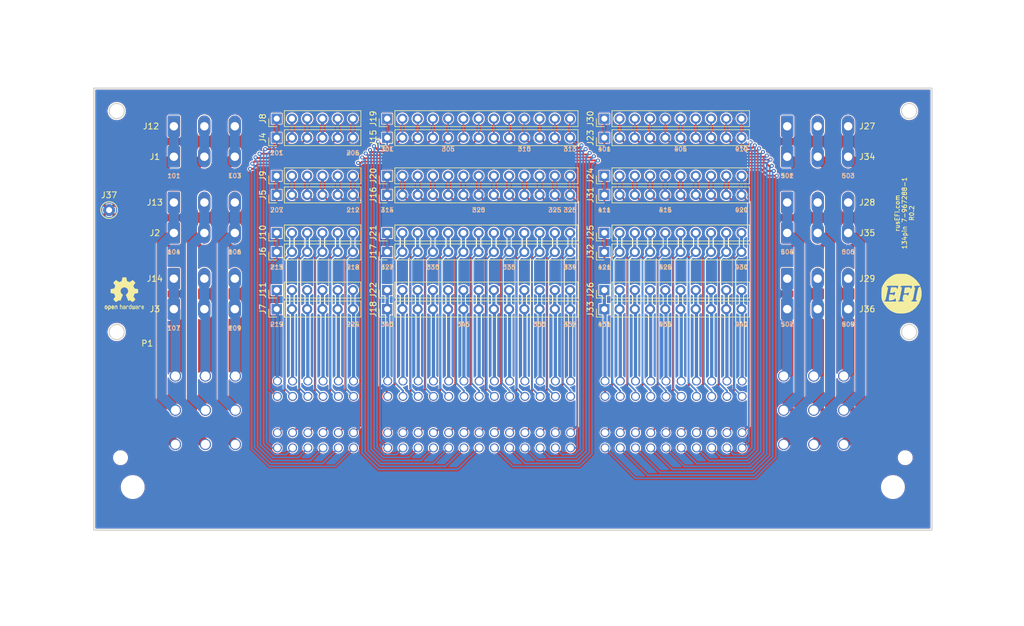
<source format=kicad_pcb>
(kicad_pcb (version 20171130) (host pcbnew "(5.1.6)-1")
  (title_block (title "134pin 7-967288-1 Breakout board") (date 2020-08-21) (rev R0.2))
  (layers (0 F.Cu signal) (31 B.Cu signal) (34 B.Paste user) (35 F.Paste user) (36 B.SilkS user) (37 F.SilkS user) (38 B.Mask user) (39 F.Mask user) (44 Edge.Cuts user))
  (net 0 "")
  (net 1 "Net-(J1-Pad2)")
  (net 2 "Net-(J5-Pad5)")
  (net 3 "Net-(J5-Pad4)")
  (net 4 "Net-(J5-Pad3)")
  (net 5 "Net-(J5-Pad2)")
  (net 6 "Net-(J11-Pad5)")
  (net 7 "Net-(J11-Pad4)")
  (net 8 "Net-(J11-Pad3)")
  (net 9 "Net-(J11-Pad2)")
  (net 10 "Net-(J10-Pad5)")
  (net 11 "Net-(J10-Pad4)")
  (net 12 "Net-(J10-Pad3)")
  (net 13 "Net-(J10-Pad2)")
  (net 14 "Net-(J13-Pad2)")
  (net 15 "Net-(J14-Pad2)")
  (net 16 "Net-(J4-Pad5)")
  (net 17 "Net-(J4-Pad4)")
  (net 18 "Net-(J4-Pad3)")
  (net 19 "Net-(J4-Pad2)")
  (net 20 "Net-(J15-Pad12)")
  (net 21 "Net-(J15-Pad11)")
  (net 22 "Net-(J15-Pad9)")
  (net 23 "Net-(J15-Pad8)")
  (net 24 "Net-(J15-Pad7)")
  (net 25 "Net-(J15-Pad6)")
  (net 26 "Net-(J15-Pad4)")
  (net 27 "Net-(J15-Pad3)")
  (net 28 "Net-(J15-Pad2)")
  (net 29 "Net-(J16-Pad11)")
  (net 30 "Net-(J16-Pad10)")
  (net 31 "Net-(J16-Pad9)")
  (net 32 "Net-(J16-Pad8)")
  (net 33 "Net-(J16-Pad6)")
  (net 34 "Net-(J16-Pad5)")
  (net 35 "Net-(J16-Pad4)")
  (net 36 "Net-(J16-Pad3)")
  (net 37 "Net-(J17-Pad2)")
  (net 38 "Net-(J17-Pad3)")
  (net 39 "Net-(J17-Pad5)")
  (net 40 "Net-(J17-Pad6)")
  (net 41 "Net-(J17-Pad7)")
  (net 42 "Net-(J17-Pad8)")
  (net 43 "Net-(J17-Pad10)")
  (net 44 "Net-(J17-Pad11)")
  (net 45 "Net-(J17-Pad12)")
  (net 46 "Net-(J18-Pad2)")
  (net 47 "Net-(J18-Pad3)")
  (net 48 "Net-(J18-Pad4)")
  (net 49 "Net-(J18-Pad5)")
  (net 50 "Net-(J18-Pad7)")
  (net 51 "Net-(J18-Pad8)")
  (net 52 "Net-(J18-Pad9)")
  (net 53 "Net-(J18-Pad10)")
  (net 54 "Net-(J18-Pad12)")
  (net 55 "Net-(J23-Pad9)")
  (net 56 "Net-(J23-Pad8)")
  (net 57 "Net-(J23-Pad7)")
  (net 58 "Net-(J23-Pad6)")
  (net 59 "Net-(J23-Pad4)")
  (net 60 "Net-(J23-Pad3)")
  (net 61 "Net-(J23-Pad2)")
  (net 62 "Net-(J24-Pad9)")
  (net 63 "Net-(J24-Pad8)")
  (net 64 "Net-(J24-Pad7)")
  (net 65 "Net-(J24-Pad6)")
  (net 66 "Net-(J24-Pad4)")
  (net 67 "Net-(J24-Pad3)")
  (net 68 "Net-(J24-Pad2)")
  (net 69 "Net-(J25-Pad2)")
  (net 70 "Net-(J25-Pad3)")
  (net 71 "Net-(J25-Pad4)")
  (net 72 "Net-(J25-Pad6)")
  (net 73 "Net-(J25-Pad7)")
  (net 74 "Net-(J25-Pad8)")
  (net 75 "Net-(J25-Pad9)")
  (net 76 "Net-(J26-Pad2)")
  (net 77 "Net-(J26-Pad3)")
  (net 78 "Net-(J26-Pad4)")
  (net 79 "Net-(J26-Pad6)")
  (net 80 "Net-(J26-Pad7)")
  (net 81 "Net-(J26-Pad8)")
  (net 82 "Net-(J26-Pad9)")
  (net 83 "Net-(J27-Pad2)")
  (net 84 "Net-(J28-Pad2)")
  (net 85 "Net-(J29-Pad2)")
  (net 86 GND)
  (net 87 /101)
  (net 88 /109)
  (net 89 /206)
  (net 90 /201)
  (net 91 /212)
  (net 92 /207)
  (net 93 /213)
  (net 94 /218)
  (net 95 /219)
  (net 96 /224)
  (net 97 /313)
  (net 98 /310)
  (net 99 /305)
  (net 100 /301)
  (net 101 /326)
  (net 102 /325)
  (net 103 /320)
  (net 104 /315)
  (net 105 /314)
  (net 106 /327)
  (net 107 /330)
  (net 108 /335)
  (net 109 /339)
  (net 110 /340)
  (net 111 /345)
  (net 112 /350)
  (net 113 /352)
  (net 114 /410)
  (net 115 /405)
  (net 116 /401)
  (net 117 /420)
  (net 118 /415)
  (net 119 /411)
  (net 120 /421)
  (net 121 /425)
  (net 122 /430)
  (net 123 /431)
  (net 124 /435)
  (net 125 /440)
  (net 126 /503)
  (net 127 /501)
  (net 128 /506)
  (net 129 /504)
  (net 130 /507)
  (net 131 /509)
  (net 132 /103)
  (net 133 /106)
  (net 134 /104)
  (net 135 /107)
  (module Connector_Phoenix_MSTB:PhoenixContact_MSTBA_2,5_3-G-5,08_1x03_P5.08mm_Horizontal (layer F.Cu) (at 191.77 69.85)
    (fp_text reference J27 (at 13.335 0) (layer F.SilkS))
    (fp_text value Conn_01x03)
    (pad 3 thru_hole oval (at 10.16 0) (size 2.08 3.6) (drill 1.4) (layers *.Cu *.Mask) (net 126 /503))
    (pad 2 thru_hole oval (at 5.08 0) (size 2.08 3.6) (drill 1.4) (layers *.Cu *.Mask) (net 83 "Net-(J27-Pad2)"))
    (pad 1 thru_hole roundrect (at 0 0) (size 2.08 3.6) (drill 1.4) (layers *.Cu *.Mask) (roundrect_rratio 0.120192) (net 127 /501))
  )
  (module Connector_Phoenix_MSTB:PhoenixContact_MSTBA_2,5_3-G-5,08_1x03_P5.08mm_Horizontal (layer F.Cu) (at 89.535 95.25)
    (fp_text reference J14 (at -3.175 0) (layer F.SilkS))
    (fp_text value Conn_01x03)
    (pad 1 thru_hole roundrect (at 0 0) (size 2.08 3.6) (drill 1.4) (layers *.Cu *.Mask) (roundrect_rratio 0.120192) (net 135 /107))
    (pad 2 thru_hole oval (at 5.08 0) (size 2.08 3.6) (drill 1.4) (layers *.Cu *.Mask) (net 15 "Net-(J14-Pad2)"))
    (pad 3 thru_hole oval (at 10.16 0) (size 2.08 3.6) (drill 1.4) (layers *.Cu *.Mask) (net 88 /109))
  )
  (module Connector_Phoenix_MSTB:PhoenixContact_MSTBA_2,5_3-G-5,08_1x03_P5.08mm_Horizontal (layer F.Cu) (at 89.535 100.33)
    (fp_text reference J3 (at -3.175 0) (layer F.SilkS))
    (fp_text value Conn_01x03)
    (pad 1 thru_hole roundrect (at 0 0) (size 2.08 3.6) (drill 1.4) (layers *.Cu *.Mask) (roundrect_rratio 0.120192) (net 135 /107))
    (pad 2 thru_hole oval (at 5.08 0) (size 2.08 3.6) (drill 1.4) (layers *.Cu *.Mask) (net 15 "Net-(J14-Pad2)"))
    (pad 3 thru_hole oval (at 10.16 0) (size 2.08 3.6) (drill 1.4) (layers *.Cu *.Mask) (net 88 /109))
  )
  (module Connector_Phoenix_MSTB:PhoenixContact_MSTBA_2,5_3-G-5,08_1x03_P5.08mm_Horizontal (layer F.Cu) (at 89.535 87.63)
    (fp_text reference J2 (at -3.175 0) (layer F.SilkS))
    (fp_text value Conn_01x03)
    (pad 3 thru_hole oval (at 10.16 0) (size 2.08 3.6) (drill 1.4) (layers *.Cu *.Mask) (net 133 /106))
    (pad 2 thru_hole oval (at 5.08 0) (size 2.08 3.6) (drill 1.4) (layers *.Cu *.Mask) (net 14 "Net-(J13-Pad2)"))
    (pad 1 thru_hole roundrect (at 0 0) (size 2.08 3.6) (drill 1.4) (layers *.Cu *.Mask) (roundrect_rratio 0.120192) (net 134 /104))
  )
  (module Connector_Phoenix_MSTB:PhoenixContact_MSTBA_2,5_3-G-5,08_1x03_P5.08mm_Horizontal (layer F.Cu) (at 89.535 82.55)
    (fp_text reference J13 (at -3.175 0) (layer F.SilkS))
    (fp_text value Conn_01x03)
    (pad 3 thru_hole oval (at 10.16 0) (size 2.08 3.6) (drill 1.4) (layers *.Cu *.Mask) (net 133 /106))
    (pad 2 thru_hole oval (at 5.08 0) (size 2.08 3.6) (drill 1.4) (layers *.Cu *.Mask) (net 14 "Net-(J13-Pad2)"))
    (pad 1 thru_hole roundrect (at 0 0) (size 2.08 3.6) (drill 1.4) (layers *.Cu *.Mask) (roundrect_rratio 0.120192) (net 134 /104))
  )
  (module Connector_Phoenix_MSTB:PhoenixContact_MSTBA_2,5_3-G-5,08_1x03_P5.08mm_Horizontal (layer F.Cu) (at 89.535 69.85)
    (fp_text reference J12 (at -3.81 0) (layer F.SilkS))
    (fp_text value Conn_01x03)
    (pad 1 thru_hole roundrect (at 0 0) (size 2.08 3.6) (drill 1.4) (layers *.Cu *.Mask) (roundrect_rratio 0.120192) (net 87 /101))
    (pad 2 thru_hole oval (at 5.08 0) (size 2.08 3.6) (drill 1.4) (layers *.Cu *.Mask) (net 1 "Net-(J1-Pad2)"))
    (pad 3 thru_hole oval (at 10.16 0) (size 2.08 3.6) (drill 1.4) (layers *.Cu *.Mask) (net 132 /103))
  )
  (module Connector_Phoenix_MSTB:PhoenixContact_MSTBA_2,5_3-G-5,08_1x03_P5.08mm_Horizontal (layer F.Cu) (at 89.535 74.93)
    (fp_text reference J1 (at -3.175 0) (layer F.SilkS))
    (fp_text value Conn_01x03)
    (pad 3 thru_hole oval (at 10.16 0) (size 2.08 3.6) (drill 1.4) (layers *.Cu *.Mask) (net 132 /103))
    (pad 2 thru_hole oval (at 5.08 0) (size 2.08 3.6) (drill 1.4) (layers *.Cu *.Mask) (net 1 "Net-(J1-Pad2)"))
    (pad 1 thru_hole roundrect (at 0 0) (size 2.08 3.6) (drill 1.4) (layers *.Cu *.Mask) (roundrect_rratio 0.120192) (net 87 /101))
  )
  (module Connector_Phoenix_MSTB:PhoenixContact_MSTBA_2,5_3-G-5,08_1x03_P5.08mm_Horizontal (layer F.Cu) (at 191.77 74.93)
    (fp_text reference J34 (at 13.335 0) (layer F.SilkS))
    (fp_text value Conn_01x03)
    (pad 1 thru_hole roundrect (at 0 0) (size 2.08 3.6) (drill 1.4) (layers *.Cu *.Mask) (roundrect_rratio 0.120192) (net 127 /501))
    (pad 2 thru_hole oval (at 5.08 0) (size 2.08 3.6) (drill 1.4) (layers *.Cu *.Mask) (net 83 "Net-(J27-Pad2)"))
    (pad 3 thru_hole oval (at 10.16 0) (size 2.08 3.6) (drill 1.4) (layers *.Cu *.Mask) (net 126 /503))
  )
  (module Connector_Phoenix_MSTB:PhoenixContact_MSTBA_2,5_3-G-5,08_1x03_P5.08mm_Horizontal (layer F.Cu) (at 191.77 82.55)
    (fp_text reference J28 (at 13.335 0) (layer F.SilkS))
    (fp_text value Conn_01x03)
    (pad 3 thru_hole oval (at 10.16 0) (size 2.08 3.6) (drill 1.4) (layers *.Cu *.Mask) (net 128 /506))
    (pad 2 thru_hole oval (at 5.08 0) (size 2.08 3.6) (drill 1.4) (layers *.Cu *.Mask) (net 84 "Net-(J28-Pad2)"))
    (pad 1 thru_hole roundrect (at 0 0) (size 2.08 3.6) (drill 1.4) (layers *.Cu *.Mask) (roundrect_rratio 0.120192) (net 129 /504))
  )
  (module Connector_Phoenix_MSTB:PhoenixContact_MSTBA_2,5_3-G-5,08_1x03_P5.08mm_Horizontal (layer F.Cu) (at 191.77 87.63)
    (fp_text reference J35 (at 13.335 0) (layer F.SilkS))
    (fp_text value Conn_01x03)
    (pad 3 thru_hole oval (at 10.16 0) (size 2.08 3.6) (drill 1.4) (layers *.Cu *.Mask) (net 128 /506))
    (pad 2 thru_hole oval (at 5.08 0) (size 2.08 3.6) (drill 1.4) (layers *.Cu *.Mask) (net 84 "Net-(J28-Pad2)"))
    (pad 1 thru_hole roundrect (at 0 0) (size 2.08 3.6) (drill 1.4) (layers *.Cu *.Mask) (roundrect_rratio 0.120192) (net 129 /504))
  )
  (module Connector_Phoenix_MSTB:PhoenixContact_MSTBA_2,5_3-G-5,08_1x03_P5.08mm_Horizontal (layer F.Cu) (at 191.77 100.33)
    (fp_text reference J36 (at 13.335 0) (layer F.SilkS))
    (fp_text value Conn_01x03)
    (pad 1 thru_hole roundrect (at 0 0) (size 2.08 3.6) (drill 1.4) (layers *.Cu *.Mask) (roundrect_rratio 0.120192) (net 130 /507))
    (pad 2 thru_hole oval (at 5.08 0) (size 2.08 3.6) (drill 1.4) (layers *.Cu *.Mask) (net 85 "Net-(J29-Pad2)"))
    (pad 3 thru_hole oval (at 10.16 0) (size 2.08 3.6) (drill 1.4) (layers *.Cu *.Mask) (net 131 /509))
  )
  (module Connector_Phoenix_MSTB:PhoenixContact_MSTBA_2,5_3-G-5,08_1x03_P5.08mm_Horizontal (layer F.Cu) (at 191.77 95.25)
    (fp_text reference J29 (at 13.335 0) (layer F.SilkS))
    (fp_text value Conn_01x03)
    (pad 1 thru_hole roundrect (at 0 0) (size 2.08 3.6) (drill 1.4) (layers *.Cu *.Mask) (roundrect_rratio 0.120192) (net 130 /507))
    (pad 2 thru_hole oval (at 5.08 0) (size 2.08 3.6) (drill 1.4) (layers *.Cu *.Mask) (net 85 "Net-(J29-Pad2)"))
    (pad 3 thru_hole oval (at 10.16 0) (size 2.08 3.6) (drill 1.4) (layers *.Cu *.Mask) (net 131 /509))
  )
  (module Connector_PinHeader_2.54mm:PinHeader_1x06_P2.54mm_Vertical (layer F.Cu) (at 106.68 71.755 90)
    (fp_text reference J4 (at 0 -2.33 90) (layer F.SilkS))
    (fp_text value Conn_01x06)
    (pad 6 thru_hole oval (at 0 12.7 90) (size 1.7 1.7) (drill 1) (layers *.Cu *.Mask) (net 89 /206))
    (pad 5 thru_hole oval (at 0 10.16 90) (size 1.7 1.7) (drill 1) (layers *.Cu *.Mask) (net 16 "Net-(J4-Pad5)"))
    (pad 4 thru_hole oval (at 0 7.62 90) (size 1.7 1.7) (drill 1) (layers *.Cu *.Mask) (net 17 "Net-(J4-Pad4)"))
    (pad 3 thru_hole oval (at 0 5.08 90) (size 1.7 1.7) (drill 1) (layers *.Cu *.Mask) (net 18 "Net-(J4-Pad3)"))
    (pad 2 thru_hole oval (at 0 2.54 90) (size 1.7 1.7) (drill 1) (layers *.Cu *.Mask) (net 19 "Net-(J4-Pad2)"))
    (pad 1 thru_hole rect (at 0 0 90) (size 1.7 1.7) (drill 1) (layers *.Cu *.Mask) (net 90 /201))
  )
  (module Connector_PinHeader_2.54mm:PinHeader_1x06_P2.54mm_Vertical (layer F.Cu) (at 106.68 81.28 90)
    (fp_text reference J5 (at 0 -2.33 90) (layer F.SilkS))
    (fp_text value Conn_01x06)
    (pad 6 thru_hole oval (at 0 12.7 90) (size 1.7 1.7) (drill 1) (layers *.Cu *.Mask) (net 91 /212))
    (pad 5 thru_hole oval (at 0 10.16 90) (size 1.7 1.7) (drill 1) (layers *.Cu *.Mask) (net 2 "Net-(J5-Pad5)"))
    (pad 4 thru_hole oval (at 0 7.62 90) (size 1.7 1.7) (drill 1) (layers *.Cu *.Mask) (net 3 "Net-(J5-Pad4)"))
    (pad 3 thru_hole oval (at 0 5.08 90) (size 1.7 1.7) (drill 1) (layers *.Cu *.Mask) (net 4 "Net-(J5-Pad3)"))
    (pad 2 thru_hole oval (at 0 2.54 90) (size 1.7 1.7) (drill 1) (layers *.Cu *.Mask) (net 5 "Net-(J5-Pad2)"))
    (pad 1 thru_hole rect (at 0 0 90) (size 1.7 1.7) (drill 1) (layers *.Cu *.Mask) (net 92 /207))
  )
  (module Connector_PinHeader_2.54mm:PinHeader_1x06_P2.54mm_Vertical (layer F.Cu) (at 106.68 90.805 90)
    (fp_text reference J6 (at 0 -2.33 90) (layer F.SilkS))
    (fp_text value Conn_01x06)
    (pad 1 thru_hole rect (at 0 0 90) (size 1.7 1.7) (drill 1) (layers *.Cu *.Mask) (net 93 /213))
    (pad 2 thru_hole oval (at 0 2.54 90) (size 1.7 1.7) (drill 1) (layers *.Cu *.Mask) (net 13 "Net-(J10-Pad2)"))
    (pad 3 thru_hole oval (at 0 5.08 90) (size 1.7 1.7) (drill 1) (layers *.Cu *.Mask) (net 12 "Net-(J10-Pad3)"))
    (pad 4 thru_hole oval (at 0 7.62 90) (size 1.7 1.7) (drill 1) (layers *.Cu *.Mask) (net 11 "Net-(J10-Pad4)"))
    (pad 5 thru_hole oval (at 0 10.16 90) (size 1.7 1.7) (drill 1) (layers *.Cu *.Mask) (net 10 "Net-(J10-Pad5)"))
    (pad 6 thru_hole oval (at 0 12.7 90) (size 1.7 1.7) (drill 1) (layers *.Cu *.Mask) (net 94 /218))
  )
  (module Connector_PinHeader_2.54mm:PinHeader_1x06_P2.54mm_Vertical (layer F.Cu) (at 106.68 100.33 90)
    (fp_text reference J7 (at 0 -2.33 90) (layer F.SilkS))
    (fp_text value Conn_01x06)
    (pad 1 thru_hole rect (at 0 0 90) (size 1.7 1.7) (drill 1) (layers *.Cu *.Mask) (net 95 /219))
    (pad 2 thru_hole oval (at 0 2.54 90) (size 1.7 1.7) (drill 1) (layers *.Cu *.Mask) (net 9 "Net-(J11-Pad2)"))
    (pad 3 thru_hole oval (at 0 5.08 90) (size 1.7 1.7) (drill 1) (layers *.Cu *.Mask) (net 8 "Net-(J11-Pad3)"))
    (pad 4 thru_hole oval (at 0 7.62 90) (size 1.7 1.7) (drill 1) (layers *.Cu *.Mask) (net 7 "Net-(J11-Pad4)"))
    (pad 5 thru_hole oval (at 0 10.16 90) (size 1.7 1.7) (drill 1) (layers *.Cu *.Mask) (net 6 "Net-(J11-Pad5)"))
    (pad 6 thru_hole oval (at 0 12.7 90) (size 1.7 1.7) (drill 1) (layers *.Cu *.Mask) (net 96 /224))
  )
  (module Connector_PinHeader_2.54mm:PinHeader_1x06_P2.54mm_Vertical (layer F.Cu) (at 106.68 68.58 90)
    (fp_text reference J8 (at 0 -2.33 90) (layer F.SilkS))
    (fp_text value Conn_01x06)
    (pad 1 thru_hole rect (at 0 0 90) (size 1.7 1.7) (drill 1) (layers *.Cu *.Mask) (net 90 /201))
    (pad 2 thru_hole oval (at 0 2.54 90) (size 1.7 1.7) (drill 1) (layers *.Cu *.Mask) (net 19 "Net-(J4-Pad2)"))
    (pad 3 thru_hole oval (at 0 5.08 90) (size 1.7 1.7) (drill 1) (layers *.Cu *.Mask) (net 18 "Net-(J4-Pad3)"))
    (pad 4 thru_hole oval (at 0 7.62 90) (size 1.7 1.7) (drill 1) (layers *.Cu *.Mask) (net 17 "Net-(J4-Pad4)"))
    (pad 5 thru_hole oval (at 0 10.16 90) (size 1.7 1.7) (drill 1) (layers *.Cu *.Mask) (net 16 "Net-(J4-Pad5)"))
    (pad 6 thru_hole oval (at 0 12.7 90) (size 1.7 1.7) (drill 1) (layers *.Cu *.Mask) (net 89 /206))
  )
  (module Connector_PinHeader_2.54mm:PinHeader_1x06_P2.54mm_Vertical (layer F.Cu) (at 106.68 78.105 90)
    (fp_text reference J9 (at 0 -2.33 90) (layer F.SilkS))
    (fp_text value Conn_01x06)
    (pad 6 thru_hole oval (at 0 12.7 90) (size 1.7 1.7) (drill 1) (layers *.Cu *.Mask) (net 91 /212))
    (pad 5 thru_hole oval (at 0 10.16 90) (size 1.7 1.7) (drill 1) (layers *.Cu *.Mask) (net 2 "Net-(J5-Pad5)"))
    (pad 4 thru_hole oval (at 0 7.62 90) (size 1.7 1.7) (drill 1) (layers *.Cu *.Mask) (net 3 "Net-(J5-Pad4)"))
    (pad 3 thru_hole oval (at 0 5.08 90) (size 1.7 1.7) (drill 1) (layers *.Cu *.Mask) (net 4 "Net-(J5-Pad3)"))
    (pad 2 thru_hole oval (at 0 2.54 90) (size 1.7 1.7) (drill 1) (layers *.Cu *.Mask) (net 5 "Net-(J5-Pad2)"))
    (pad 1 thru_hole rect (at 0 0 90) (size 1.7 1.7) (drill 1) (layers *.Cu *.Mask) (net 92 /207))
  )
  (module Connector_PinHeader_2.54mm:PinHeader_1x06_P2.54mm_Vertical (layer F.Cu) (at 106.68 87.63 90)
    (fp_text reference J10 (at 0 -2.33 90) (layer F.SilkS))
    (fp_text value Conn_01x06)
    (pad 1 thru_hole rect (at 0 0 90) (size 1.7 1.7) (drill 1) (layers *.Cu *.Mask) (net 93 /213))
    (pad 2 thru_hole oval (at 0 2.54 90) (size 1.7 1.7) (drill 1) (layers *.Cu *.Mask) (net 13 "Net-(J10-Pad2)"))
    (pad 3 thru_hole oval (at 0 5.08 90) (size 1.7 1.7) (drill 1) (layers *.Cu *.Mask) (net 12 "Net-(J10-Pad3)"))
    (pad 4 thru_hole oval (at 0 7.62 90) (size 1.7 1.7) (drill 1) (layers *.Cu *.Mask) (net 11 "Net-(J10-Pad4)"))
    (pad 5 thru_hole oval (at 0 10.16 90) (size 1.7 1.7) (drill 1) (layers *.Cu *.Mask) (net 10 "Net-(J10-Pad5)"))
    (pad 6 thru_hole oval (at 0 12.7 90) (size 1.7 1.7) (drill 1) (layers *.Cu *.Mask) (net 94 /218))
  )
  (module Connector_PinHeader_2.54mm:PinHeader_1x06_P2.54mm_Vertical (layer F.Cu) (at 106.68 97.155 90)
    (fp_text reference J11 (at 0 -2.33 90) (layer F.SilkS))
    (fp_text value Conn_01x06)
    (pad 6 thru_hole oval (at 0 12.7 90) (size 1.7 1.7) (drill 1) (layers *.Cu *.Mask) (net 96 /224))
    (pad 5 thru_hole oval (at 0 10.16 90) (size 1.7 1.7) (drill 1) (layers *.Cu *.Mask) (net 6 "Net-(J11-Pad5)"))
    (pad 4 thru_hole oval (at 0 7.62 90) (size 1.7 1.7) (drill 1) (layers *.Cu *.Mask) (net 7 "Net-(J11-Pad4)"))
    (pad 3 thru_hole oval (at 0 5.08 90) (size 1.7 1.7) (drill 1) (layers *.Cu *.Mask) (net 8 "Net-(J11-Pad3)"))
    (pad 2 thru_hole oval (at 0 2.54 90) (size 1.7 1.7) (drill 1) (layers *.Cu *.Mask) (net 9 "Net-(J11-Pad2)"))
    (pad 1 thru_hole rect (at 0 0 90) (size 1.7 1.7) (drill 1) (layers *.Cu *.Mask) (net 95 /219))
  )
  (module Connector_PinHeader_2.54mm:PinHeader_1x13_P2.54mm_Vertical (layer F.Cu) (at 125.095 71.755 90)
    (fp_text reference J15 (at 0 -2.33 90) (layer F.SilkS))
    (fp_text value Conn_01x13)
    (pad 13 thru_hole oval (at 0 30.48 90) (size 1.7 1.7) (drill 1) (layers *.Cu *.Mask) (net 97 /313))
    (pad 12 thru_hole oval (at 0 27.94 90) (size 1.7 1.7) (drill 1) (layers *.Cu *.Mask) (net 20 "Net-(J15-Pad12)"))
    (pad 11 thru_hole oval (at 0 25.4 90) (size 1.7 1.7) (drill 1) (layers *.Cu *.Mask) (net 21 "Net-(J15-Pad11)"))
    (pad 10 thru_hole oval (at 0 22.86 90) (size 1.7 1.7) (drill 1) (layers *.Cu *.Mask) (net 98 /310))
    (pad 9 thru_hole oval (at 0 20.32 90) (size 1.7 1.7) (drill 1) (layers *.Cu *.Mask) (net 22 "Net-(J15-Pad9)"))
    (pad 8 thru_hole oval (at 0 17.78 90) (size 1.7 1.7) (drill 1) (layers *.Cu *.Mask) (net 23 "Net-(J15-Pad8)"))
    (pad 7 thru_hole oval (at 0 15.24 90) (size 1.7 1.7) (drill 1) (layers *.Cu *.Mask) (net 24 "Net-(J15-Pad7)"))
    (pad 6 thru_hole oval (at 0 12.7 90) (size 1.7 1.7) (drill 1) (layers *.Cu *.Mask) (net 25 "Net-(J15-Pad6)"))
    (pad 5 thru_hole oval (at 0 10.16 90) (size 1.7 1.7) (drill 1) (layers *.Cu *.Mask) (net 99 /305))
    (pad 4 thru_hole oval (at 0 7.62 90) (size 1.7 1.7) (drill 1) (layers *.Cu *.Mask) (net 26 "Net-(J15-Pad4)"))
    (pad 3 thru_hole oval (at 0 5.08 90) (size 1.7 1.7) (drill 1) (layers *.Cu *.Mask) (net 27 "Net-(J15-Pad3)"))
    (pad 2 thru_hole oval (at 0 2.54 90) (size 1.7 1.7) (drill 1) (layers *.Cu *.Mask) (net 28 "Net-(J15-Pad2)"))
    (pad 1 thru_hole rect (at 0 0 90) (size 1.7 1.7) (drill 1) (layers *.Cu *.Mask) (net 100 /301))
  )
  (module Connector_PinHeader_2.54mm:PinHeader_1x13_P2.54mm_Vertical (layer F.Cu) (at 125.095 81.28 90)
    (fp_text reference J16 (at 0 -2.33 90) (layer F.SilkS))
    (fp_text value Conn_01x13)
    (pad 13 thru_hole oval (at 0 30.48 90) (size 1.7 1.7) (drill 1) (layers *.Cu *.Mask) (net 101 /326))
    (pad 12 thru_hole oval (at 0 27.94 90) (size 1.7 1.7) (drill 1) (layers *.Cu *.Mask) (net 102 /325))
    (pad 11 thru_hole oval (at 0 25.4 90) (size 1.7 1.7) (drill 1) (layers *.Cu *.Mask) (net 29 "Net-(J16-Pad11)"))
    (pad 10 thru_hole oval (at 0 22.86 90) (size 1.7 1.7) (drill 1) (layers *.Cu *.Mask) (net 30 "Net-(J16-Pad10)"))
    (pad 9 thru_hole oval (at 0 20.32 90) (size 1.7 1.7) (drill 1) (layers *.Cu *.Mask) (net 31 "Net-(J16-Pad9)"))
    (pad 8 thru_hole oval (at 0 17.78 90) (size 1.7 1.7) (drill 1) (layers *.Cu *.Mask) (net 32 "Net-(J16-Pad8)"))
    (pad 7 thru_hole oval (at 0 15.24 90) (size 1.7 1.7) (drill 1) (layers *.Cu *.Mask) (net 103 /320))
    (pad 6 thru_hole oval (at 0 12.7 90) (size 1.7 1.7) (drill 1) (layers *.Cu *.Mask) (net 33 "Net-(J16-Pad6)"))
    (pad 5 thru_hole oval (at 0 10.16 90) (size 1.7 1.7) (drill 1) (layers *.Cu *.Mask) (net 34 "Net-(J16-Pad5)"))
    (pad 4 thru_hole oval (at 0 7.62 90) (size 1.7 1.7) (drill 1) (layers *.Cu *.Mask) (net 35 "Net-(J16-Pad4)"))
    (pad 3 thru_hole oval (at 0 5.08 90) (size 1.7 1.7) (drill 1) (layers *.Cu *.Mask) (net 36 "Net-(J16-Pad3)"))
    (pad 2 thru_hole oval (at 0 2.54 90) (size 1.7 1.7) (drill 1) (layers *.Cu *.Mask) (net 104 /315))
    (pad 1 thru_hole rect (at 0 0 90) (size 1.7 1.7) (drill 1) (layers *.Cu *.Mask) (net 105 /314))
  )
  (module Connector_PinHeader_2.54mm:PinHeader_1x13_P2.54mm_Vertical (layer F.Cu) (at 125.095 90.805 90)
    (fp_text reference J17 (at 0 -2.33 90) (layer F.SilkS))
    (fp_text value Conn_01x13)
    (pad 1 thru_hole rect (at 0 0 90) (size 1.7 1.7) (drill 1) (layers *.Cu *.Mask) (net 106 /327))
    (pad 2 thru_hole oval (at 0 2.54 90) (size 1.7 1.7) (drill 1) (layers *.Cu *.Mask) (net 37 "Net-(J17-Pad2)"))
    (pad 3 thru_hole oval (at 0 5.08 90) (size 1.7 1.7) (drill 1) (layers *.Cu *.Mask) (net 38 "Net-(J17-Pad3)"))
    (pad 4 thru_hole oval (at 0 7.62 90) (size 1.7 1.7) (drill 1) (layers *.Cu *.Mask) (net 107 /330))
    (pad 5 thru_hole oval (at 0 10.16 90) (size 1.7 1.7) (drill 1) (layers *.Cu *.Mask) (net 39 "Net-(J17-Pad5)"))
    (pad 6 thru_hole oval (at 0 12.7 90) (size 1.7 1.7) (drill 1) (layers *.Cu *.Mask) (net 40 "Net-(J17-Pad6)"))
    (pad 7 thru_hole oval (at 0 15.24 90) (size 1.7 1.7) (drill 1) (layers *.Cu *.Mask) (net 41 "Net-(J17-Pad7)"))
    (pad 8 thru_hole oval (at 0 17.78 90) (size 1.7 1.7) (drill 1) (layers *.Cu *.Mask) (net 42 "Net-(J17-Pad8)"))
    (pad 9 thru_hole oval (at 0 20.32 90) (size 1.7 1.7) (drill 1) (layers *.Cu *.Mask) (net 108 /335))
    (pad 10 thru_hole oval (at 0 22.86 90) (size 1.7 1.7) (drill 1) (layers *.Cu *.Mask) (net 43 "Net-(J17-Pad10)"))
    (pad 11 thru_hole oval (at 0 25.4 90) (size 1.7 1.7) (drill 1) (layers *.Cu *.Mask) (net 44 "Net-(J17-Pad11)"))
    (pad 12 thru_hole oval (at 0 27.94 90) (size 1.7 1.7) (drill 1) (layers *.Cu *.Mask) (net 45 "Net-(J17-Pad12)"))
    (pad 13 thru_hole oval (at 0 30.48 90) (size 1.7 1.7) (drill 1) (layers *.Cu *.Mask) (net 109 /339))
  )
  (module Connector_PinHeader_2.54mm:PinHeader_1x13_P2.54mm_Vertical (layer F.Cu) (at 125.095 100.33 90)
    (fp_text reference J18 (at 0 -2.33 90) (layer F.SilkS))
    (fp_text value Conn_01x13)
    (pad 1 thru_hole rect (at 0 0 90) (size 1.7 1.7) (drill 1) (layers *.Cu *.Mask) (net 110 /340))
    (pad 2 thru_hole oval (at 0 2.54 90) (size 1.7 1.7) (drill 1) (layers *.Cu *.Mask) (net 46 "Net-(J18-Pad2)"))
    (pad 3 thru_hole oval (at 0 5.08 90) (size 1.7 1.7) (drill 1) (layers *.Cu *.Mask) (net 47 "Net-(J18-Pad3)"))
    (pad 4 thru_hole oval (at 0 7.62 90) (size 1.7 1.7) (drill 1) (layers *.Cu *.Mask) (net 48 "Net-(J18-Pad4)"))
    (pad 5 thru_hole oval (at 0 10.16 90) (size 1.7 1.7) (drill 1) (layers *.Cu *.Mask) (net 49 "Net-(J18-Pad5)"))
    (pad 6 thru_hole oval (at 0 12.7 90) (size 1.7 1.7) (drill 1) (layers *.Cu *.Mask) (net 111 /345))
    (pad 7 thru_hole oval (at 0 15.24 90) (size 1.7 1.7) (drill 1) (layers *.Cu *.Mask) (net 50 "Net-(J18-Pad7)"))
    (pad 8 thru_hole oval (at 0 17.78 90) (size 1.7 1.7) (drill 1) (layers *.Cu *.Mask) (net 51 "Net-(J18-Pad8)"))
    (pad 9 thru_hole oval (at 0 20.32 90) (size 1.7 1.7) (drill 1) (layers *.Cu *.Mask) (net 52 "Net-(J18-Pad9)"))
    (pad 10 thru_hole oval (at 0 22.86 90) (size 1.7 1.7) (drill 1) (layers *.Cu *.Mask) (net 53 "Net-(J18-Pad10)"))
    (pad 11 thru_hole oval (at 0 25.4 90) (size 1.7 1.7) (drill 1) (layers *.Cu *.Mask) (net 112 /350))
    (pad 12 thru_hole oval (at 0 27.94 90) (size 1.7 1.7) (drill 1) (layers *.Cu *.Mask) (net 54 "Net-(J18-Pad12)"))
    (pad 13 thru_hole oval (at 0 30.48 90) (size 1.7 1.7) (drill 1) (layers *.Cu *.Mask) (net 113 /352))
  )
  (module Connector_PinHeader_2.54mm:PinHeader_1x13_P2.54mm_Vertical (layer F.Cu) (at 125.095 68.58 90)
    (fp_text reference J19 (at 0 -2.33 90) (layer F.SilkS))
    (fp_text value Conn_01x13)
    (pad 1 thru_hole rect (at 0 0 90) (size 1.7 1.7) (drill 1) (layers *.Cu *.Mask) (net 100 /301))
    (pad 2 thru_hole oval (at 0 2.54 90) (size 1.7 1.7) (drill 1) (layers *.Cu *.Mask) (net 28 "Net-(J15-Pad2)"))
    (pad 3 thru_hole oval (at 0 5.08 90) (size 1.7 1.7) (drill 1) (layers *.Cu *.Mask) (net 27 "Net-(J15-Pad3)"))
    (pad 4 thru_hole oval (at 0 7.62 90) (size 1.7 1.7) (drill 1) (layers *.Cu *.Mask) (net 26 "Net-(J15-Pad4)"))
    (pad 5 thru_hole oval (at 0 10.16 90) (size 1.7 1.7) (drill 1) (layers *.Cu *.Mask) (net 99 /305))
    (pad 6 thru_hole oval (at 0 12.7 90) (size 1.7 1.7) (drill 1) (layers *.Cu *.Mask) (net 25 "Net-(J15-Pad6)"))
    (pad 7 thru_hole oval (at 0 15.24 90) (size 1.7 1.7) (drill 1) (layers *.Cu *.Mask) (net 24 "Net-(J15-Pad7)"))
    (pad 8 thru_hole oval (at 0 17.78 90) (size 1.7 1.7) (drill 1) (layers *.Cu *.Mask) (net 23 "Net-(J15-Pad8)"))
    (pad 9 thru_hole oval (at 0 20.32 90) (size 1.7 1.7) (drill 1) (layers *.Cu *.Mask) (net 22 "Net-(J15-Pad9)"))
    (pad 10 thru_hole oval (at 0 22.86 90) (size 1.7 1.7) (drill 1) (layers *.Cu *.Mask) (net 98 /310))
    (pad 11 thru_hole oval (at 0 25.4 90) (size 1.7 1.7) (drill 1) (layers *.Cu *.Mask) (net 21 "Net-(J15-Pad11)"))
    (pad 12 thru_hole oval (at 0 27.94 90) (size 1.7 1.7) (drill 1) (layers *.Cu *.Mask) (net 20 "Net-(J15-Pad12)"))
    (pad 13 thru_hole oval (at 0 30.48 90) (size 1.7 1.7) (drill 1) (layers *.Cu *.Mask) (net 97 /313))
  )
  (module Connector_PinHeader_2.54mm:PinHeader_1x13_P2.54mm_Vertical (layer F.Cu) (at 125.095 78.105 90)
    (fp_text reference J20 (at 0 -2.33 90) (layer F.SilkS))
    (fp_text value Conn_01x13)
    (pad 13 thru_hole oval (at 0 30.48 90) (size 1.7 1.7) (drill 1) (layers *.Cu *.Mask) (net 101 /326))
    (pad 12 thru_hole oval (at 0 27.94 90) (size 1.7 1.7) (drill 1) (layers *.Cu *.Mask) (net 102 /325))
    (pad 11 thru_hole oval (at 0 25.4 90) (size 1.7 1.7) (drill 1) (layers *.Cu *.Mask) (net 29 "Net-(J16-Pad11)"))
    (pad 10 thru_hole oval (at 0 22.86 90) (size 1.7 1.7) (drill 1) (layers *.Cu *.Mask) (net 30 "Net-(J16-Pad10)"))
    (pad 9 thru_hole oval (at 0 20.32 90) (size 1.7 1.7) (drill 1) (layers *.Cu *.Mask) (net 31 "Net-(J16-Pad9)"))
    (pad 8 thru_hole oval (at 0 17.78 90) (size 1.7 1.7) (drill 1) (layers *.Cu *.Mask) (net 32 "Net-(J16-Pad8)"))
    (pad 7 thru_hole oval (at 0 15.24 90) (size 1.7 1.7) (drill 1) (layers *.Cu *.Mask) (net 103 /320))
    (pad 6 thru_hole oval (at 0 12.7 90) (size 1.7 1.7) (drill 1) (layers *.Cu *.Mask) (net 33 "Net-(J16-Pad6)"))
    (pad 5 thru_hole oval (at 0 10.16 90) (size 1.7 1.7) (drill 1) (layers *.Cu *.Mask) (net 34 "Net-(J16-Pad5)"))
    (pad 4 thru_hole oval (at 0 7.62 90) (size 1.7 1.7) (drill 1) (layers *.Cu *.Mask) (net 35 "Net-(J16-Pad4)"))
    (pad 3 thru_hole oval (at 0 5.08 90) (size 1.7 1.7) (drill 1) (layers *.Cu *.Mask) (net 36 "Net-(J16-Pad3)"))
    (pad 2 thru_hole oval (at 0 2.54 90) (size 1.7 1.7) (drill 1) (layers *.Cu *.Mask) (net 104 /315))
    (pad 1 thru_hole rect (at 0 0 90) (size 1.7 1.7) (drill 1) (layers *.Cu *.Mask) (net 105 /314))
  )
  (module Connector_PinHeader_2.54mm:PinHeader_1x13_P2.54mm_Vertical (layer F.Cu) (at 125.095 87.63 90)
    (fp_text reference J21 (at 0 -2.33 90) (layer F.SilkS))
    (fp_text value Conn_01x13)
    (pad 1 thru_hole rect (at 0 0 90) (size 1.7 1.7) (drill 1) (layers *.Cu *.Mask) (net 106 /327))
    (pad 2 thru_hole oval (at 0 2.54 90) (size 1.7 1.7) (drill 1) (layers *.Cu *.Mask) (net 37 "Net-(J17-Pad2)"))
    (pad 3 thru_hole oval (at 0 5.08 90) (size 1.7 1.7) (drill 1) (layers *.Cu *.Mask) (net 38 "Net-(J17-Pad3)"))
    (pad 4 thru_hole oval (at 0 7.62 90) (size 1.7 1.7) (drill 1) (layers *.Cu *.Mask) (net 107 /330))
    (pad 5 thru_hole oval (at 0 10.16 90) (size 1.7 1.7) (drill 1) (layers *.Cu *.Mask) (net 39 "Net-(J17-Pad5)"))
    (pad 6 thru_hole oval (at 0 12.7 90) (size 1.7 1.7) (drill 1) (layers *.Cu *.Mask) (net 40 "Net-(J17-Pad6)"))
    (pad 7 thru_hole oval (at 0 15.24 90) (size 1.7 1.7) (drill 1) (layers *.Cu *.Mask) (net 41 "Net-(J17-Pad7)"))
    (pad 8 thru_hole oval (at 0 17.78 90) (size 1.7 1.7) (drill 1) (layers *.Cu *.Mask) (net 42 "Net-(J17-Pad8)"))
    (pad 9 thru_hole oval (at 0 20.32 90) (size 1.7 1.7) (drill 1) (layers *.Cu *.Mask) (net 108 /335))
    (pad 10 thru_hole oval (at 0 22.86 90) (size 1.7 1.7) (drill 1) (layers *.Cu *.Mask) (net 43 "Net-(J17-Pad10)"))
    (pad 11 thru_hole oval (at 0 25.4 90) (size 1.7 1.7) (drill 1) (layers *.Cu *.Mask) (net 44 "Net-(J17-Pad11)"))
    (pad 12 thru_hole oval (at 0 27.94 90) (size 1.7 1.7) (drill 1) (layers *.Cu *.Mask) (net 45 "Net-(J17-Pad12)"))
    (pad 13 thru_hole oval (at 0 30.48 90) (size 1.7 1.7) (drill 1) (layers *.Cu *.Mask) (net 109 /339))
  )
  (module Connector_PinHeader_2.54mm:PinHeader_1x13_P2.54mm_Vertical (layer F.Cu) (at 125.095 97.155 90)
    (fp_text reference J22 (at 0 -2.33 90) (layer F.SilkS))
    (fp_text value Conn_01x13)
    (pad 13 thru_hole oval (at 0 30.48 90) (size 1.7 1.7) (drill 1) (layers *.Cu *.Mask) (net 113 /352))
    (pad 12 thru_hole oval (at 0 27.94 90) (size 1.7 1.7) (drill 1) (layers *.Cu *.Mask) (net 54 "Net-(J18-Pad12)"))
    (pad 11 thru_hole oval (at 0 25.4 90) (size 1.7 1.7) (drill 1) (layers *.Cu *.Mask) (net 112 /350))
    (pad 10 thru_hole oval (at 0 22.86 90) (size 1.7 1.7) (drill 1) (layers *.Cu *.Mask) (net 53 "Net-(J18-Pad10)"))
    (pad 9 thru_hole oval (at 0 20.32 90) (size 1.7 1.7) (drill 1) (layers *.Cu *.Mask) (net 52 "Net-(J18-Pad9)"))
    (pad 8 thru_hole oval (at 0 17.78 90) (size 1.7 1.7) (drill 1) (layers *.Cu *.Mask) (net 51 "Net-(J18-Pad8)"))
    (pad 7 thru_hole oval (at 0 15.24 90) (size 1.7 1.7) (drill 1) (layers *.Cu *.Mask) (net 50 "Net-(J18-Pad7)"))
    (pad 6 thru_hole oval (at 0 12.7 90) (size 1.7 1.7) (drill 1) (layers *.Cu *.Mask) (net 111 /345))
    (pad 5 thru_hole oval (at 0 10.16 90) (size 1.7 1.7) (drill 1) (layers *.Cu *.Mask) (net 49 "Net-(J18-Pad5)"))
    (pad 4 thru_hole oval (at 0 7.62 90) (size 1.7 1.7) (drill 1) (layers *.Cu *.Mask) (net 48 "Net-(J18-Pad4)"))
    (pad 3 thru_hole oval (at 0 5.08 90) (size 1.7 1.7) (drill 1) (layers *.Cu *.Mask) (net 47 "Net-(J18-Pad3)"))
    (pad 2 thru_hole oval (at 0 2.54 90) (size 1.7 1.7) (drill 1) (layers *.Cu *.Mask) (net 46 "Net-(J18-Pad2)"))
    (pad 1 thru_hole rect (at 0 0 90) (size 1.7 1.7) (drill 1) (layers *.Cu *.Mask) (net 110 /340))
  )
  (module Connector_PinHeader_2.54mm:PinHeader_1x10_P2.54mm_Vertical (layer F.Cu) (at 161.29 71.755 90)
    (fp_text reference J23 (at 0 -2.33 90) (layer F.SilkS))
    (fp_text value Conn_01x10)
    (pad 10 thru_hole oval (at 0 22.86 90) (size 1.7 1.7) (drill 1) (layers *.Cu *.Mask) (net 114 /410))
    (pad 9 thru_hole oval (at 0 20.32 90) (size 1.7 1.7) (drill 1) (layers *.Cu *.Mask) (net 55 "Net-(J23-Pad9)"))
    (pad 8 thru_hole oval (at 0 17.78 90) (size 1.7 1.7) (drill 1) (layers *.Cu *.Mask) (net 56 "Net-(J23-Pad8)"))
    (pad 7 thru_hole oval (at 0 15.24 90) (size 1.7 1.7) (drill 1) (layers *.Cu *.Mask) (net 57 "Net-(J23-Pad7)"))
    (pad 6 thru_hole oval (at 0 12.7 90) (size 1.7 1.7) (drill 1) (layers *.Cu *.Mask) (net 58 "Net-(J23-Pad6)"))
    (pad 5 thru_hole oval (at 0 10.16 90) (size 1.7 1.7) (drill 1) (layers *.Cu *.Mask) (net 115 /405))
    (pad 4 thru_hole oval (at 0 7.62 90) (size 1.7 1.7) (drill 1) (layers *.Cu *.Mask) (net 59 "Net-(J23-Pad4)"))
    (pad 3 thru_hole oval (at 0 5.08 90) (size 1.7 1.7) (drill 1) (layers *.Cu *.Mask) (net 60 "Net-(J23-Pad3)"))
    (pad 2 thru_hole oval (at 0 2.54 90) (size 1.7 1.7) (drill 1) (layers *.Cu *.Mask) (net 61 "Net-(J23-Pad2)"))
    (pad 1 thru_hole rect (at 0 0 90) (size 1.7 1.7) (drill 1) (layers *.Cu *.Mask) (net 116 /401))
  )
  (module Connector_PinHeader_2.54mm:PinHeader_1x10_P2.54mm_Vertical (layer F.Cu) (at 161.29 78.105 90)
    (fp_text reference J24 (at 0 -2.33 90) (layer F.SilkS))
    (fp_text value Conn_01x10)
    (pad 10 thru_hole oval (at 0 22.86 90) (size 1.7 1.7) (drill 1) (layers *.Cu *.Mask) (net 117 /420))
    (pad 9 thru_hole oval (at 0 20.32 90) (size 1.7 1.7) (drill 1) (layers *.Cu *.Mask) (net 62 "Net-(J24-Pad9)"))
    (pad 8 thru_hole oval (at 0 17.78 90) (size 1.7 1.7) (drill 1) (layers *.Cu *.Mask) (net 63 "Net-(J24-Pad8)"))
    (pad 7 thru_hole oval (at 0 15.24 90) (size 1.7 1.7) (drill 1) (layers *.Cu *.Mask) (net 64 "Net-(J24-Pad7)"))
    (pad 6 thru_hole oval (at 0 12.7 90) (size 1.7 1.7) (drill 1) (layers *.Cu *.Mask) (net 65 "Net-(J24-Pad6)"))
    (pad 5 thru_hole oval (at 0 10.16 90) (size 1.7 1.7) (drill 1) (layers *.Cu *.Mask) (net 118 /415))
    (pad 4 thru_hole oval (at 0 7.62 90) (size 1.7 1.7) (drill 1) (layers *.Cu *.Mask) (net 66 "Net-(J24-Pad4)"))
    (pad 3 thru_hole oval (at 0 5.08 90) (size 1.7 1.7) (drill 1) (layers *.Cu *.Mask) (net 67 "Net-(J24-Pad3)"))
    (pad 2 thru_hole oval (at 0 2.54 90) (size 1.7 1.7) (drill 1) (layers *.Cu *.Mask) (net 68 "Net-(J24-Pad2)"))
    (pad 1 thru_hole rect (at 0 0 90) (size 1.7 1.7) (drill 1) (layers *.Cu *.Mask) (net 119 /411))
  )
  (module Connector_PinHeader_2.54mm:PinHeader_1x10_P2.54mm_Vertical (layer F.Cu) (at 161.29 87.63 90)
    (fp_text reference J25 (at 0 -2.33 90) (layer F.SilkS))
    (fp_text value Conn_01x10)
    (pad 1 thru_hole rect (at 0 0 90) (size 1.7 1.7) (drill 1) (layers *.Cu *.Mask) (net 120 /421))
    (pad 2 thru_hole oval (at 0 2.54 90) (size 1.7 1.7) (drill 1) (layers *.Cu *.Mask) (net 69 "Net-(J25-Pad2)"))
    (pad 3 thru_hole oval (at 0 5.08 90) (size 1.7 1.7) (drill 1) (layers *.Cu *.Mask) (net 70 "Net-(J25-Pad3)"))
    (pad 4 thru_hole oval (at 0 7.62 90) (size 1.7 1.7) (drill 1) (layers *.Cu *.Mask) (net 71 "Net-(J25-Pad4)"))
    (pad 5 thru_hole oval (at 0 10.16 90) (size 1.7 1.7) (drill 1) (layers *.Cu *.Mask) (net 121 /425))
    (pad 6 thru_hole oval (at 0 12.7 90) (size 1.7 1.7) (drill 1) (layers *.Cu *.Mask) (net 72 "Net-(J25-Pad6)"))
    (pad 7 thru_hole oval (at 0 15.24 90) (size 1.7 1.7) (drill 1) (layers *.Cu *.Mask) (net 73 "Net-(J25-Pad7)"))
    (pad 8 thru_hole oval (at 0 17.78 90) (size 1.7 1.7) (drill 1) (layers *.Cu *.Mask) (net 74 "Net-(J25-Pad8)"))
    (pad 9 thru_hole oval (at 0 20.32 90) (size 1.7 1.7) (drill 1) (layers *.Cu *.Mask) (net 75 "Net-(J25-Pad9)"))
    (pad 10 thru_hole oval (at 0 22.86 90) (size 1.7 1.7) (drill 1) (layers *.Cu *.Mask) (net 122 /430))
  )
  (module Connector_PinHeader_2.54mm:PinHeader_1x10_P2.54mm_Vertical (layer F.Cu) (at 161.29 97.155 90)
    (fp_text reference J26 (at 0 -2.33 90) (layer F.SilkS))
    (fp_text value Conn_01x10)
    (pad 1 thru_hole rect (at 0 0 90) (size 1.7 1.7) (drill 1) (layers *.Cu *.Mask) (net 123 /431))
    (pad 2 thru_hole oval (at 0 2.54 90) (size 1.7 1.7) (drill 1) (layers *.Cu *.Mask) (net 76 "Net-(J26-Pad2)"))
    (pad 3 thru_hole oval (at 0 5.08 90) (size 1.7 1.7) (drill 1) (layers *.Cu *.Mask) (net 77 "Net-(J26-Pad3)"))
    (pad 4 thru_hole oval (at 0 7.62 90) (size 1.7 1.7) (drill 1) (layers *.Cu *.Mask) (net 78 "Net-(J26-Pad4)"))
    (pad 5 thru_hole oval (at 0 10.16 90) (size 1.7 1.7) (drill 1) (layers *.Cu *.Mask) (net 124 /435))
    (pad 6 thru_hole oval (at 0 12.7 90) (size 1.7 1.7) (drill 1) (layers *.Cu *.Mask) (net 79 "Net-(J26-Pad6)"))
    (pad 7 thru_hole oval (at 0 15.24 90) (size 1.7 1.7) (drill 1) (layers *.Cu *.Mask) (net 80 "Net-(J26-Pad7)"))
    (pad 8 thru_hole oval (at 0 17.78 90) (size 1.7 1.7) (drill 1) (layers *.Cu *.Mask) (net 81 "Net-(J26-Pad8)"))
    (pad 9 thru_hole oval (at 0 20.32 90) (size 1.7 1.7) (drill 1) (layers *.Cu *.Mask) (net 82 "Net-(J26-Pad9)"))
    (pad 10 thru_hole oval (at 0 22.86 90) (size 1.7 1.7) (drill 1) (layers *.Cu *.Mask) (net 125 /440))
  )
  (module Connector_PinHeader_2.54mm:PinHeader_1x10_P2.54mm_Vertical (layer F.Cu) (at 161.29 68.58 90)
    (fp_text reference J30 (at 0 -2.33 90) (layer F.SilkS))
    (fp_text value Conn_01x10)
    (pad 1 thru_hole rect (at 0 0 90) (size 1.7 1.7) (drill 1) (layers *.Cu *.Mask) (net 116 /401))
    (pad 2 thru_hole oval (at 0 2.54 90) (size 1.7 1.7) (drill 1) (layers *.Cu *.Mask) (net 61 "Net-(J23-Pad2)"))
    (pad 3 thru_hole oval (at 0 5.08 90) (size 1.7 1.7) (drill 1) (layers *.Cu *.Mask) (net 60 "Net-(J23-Pad3)"))
    (pad 4 thru_hole oval (at 0 7.62 90) (size 1.7 1.7) (drill 1) (layers *.Cu *.Mask) (net 59 "Net-(J23-Pad4)"))
    (pad 5 thru_hole oval (at 0 10.16 90) (size 1.7 1.7) (drill 1) (layers *.Cu *.Mask) (net 115 /405))
    (pad 6 thru_hole oval (at 0 12.7 90) (size 1.7 1.7) (drill 1) (layers *.Cu *.Mask) (net 58 "Net-(J23-Pad6)"))
    (pad 7 thru_hole oval (at 0 15.24 90) (size 1.7 1.7) (drill 1) (layers *.Cu *.Mask) (net 57 "Net-(J23-Pad7)"))
    (pad 8 thru_hole oval (at 0 17.78 90) (size 1.7 1.7) (drill 1) (layers *.Cu *.Mask) (net 56 "Net-(J23-Pad8)"))
    (pad 9 thru_hole oval (at 0 20.32 90) (size 1.7 1.7) (drill 1) (layers *.Cu *.Mask) (net 55 "Net-(J23-Pad9)"))
    (pad 10 thru_hole oval (at 0 22.86 90) (size 1.7 1.7) (drill 1) (layers *.Cu *.Mask) (net 114 /410))
  )
  (module Connector_PinHeader_2.54mm:PinHeader_1x10_P2.54mm_Vertical (layer F.Cu) (at 161.29 81.28 90)
    (fp_text reference J31 (at 0 -2.33 90) (layer F.SilkS))
    (fp_text value Conn_01x10)
    (pad 10 thru_hole oval (at 0 22.86 90) (size 1.7 1.7) (drill 1) (layers *.Cu *.Mask) (net 117 /420))
    (pad 9 thru_hole oval (at 0 20.32 90) (size 1.7 1.7) (drill 1) (layers *.Cu *.Mask) (net 62 "Net-(J24-Pad9)"))
    (pad 8 thru_hole oval (at 0 17.78 90) (size 1.7 1.7) (drill 1) (layers *.Cu *.Mask) (net 63 "Net-(J24-Pad8)"))
    (pad 7 thru_hole oval (at 0 15.24 90) (size 1.7 1.7) (drill 1) (layers *.Cu *.Mask) (net 64 "Net-(J24-Pad7)"))
    (pad 6 thru_hole oval (at 0 12.7 90) (size 1.7 1.7) (drill 1) (layers *.Cu *.Mask) (net 65 "Net-(J24-Pad6)"))
    (pad 5 thru_hole oval (at 0 10.16 90) (size 1.7 1.7) (drill 1) (layers *.Cu *.Mask) (net 118 /415))
    (pad 4 thru_hole oval (at 0 7.62 90) (size 1.7 1.7) (drill 1) (layers *.Cu *.Mask) (net 66 "Net-(J24-Pad4)"))
    (pad 3 thru_hole oval (at 0 5.08 90) (size 1.7 1.7) (drill 1) (layers *.Cu *.Mask) (net 67 "Net-(J24-Pad3)"))
    (pad 2 thru_hole oval (at 0 2.54 90) (size 1.7 1.7) (drill 1) (layers *.Cu *.Mask) (net 68 "Net-(J24-Pad2)"))
    (pad 1 thru_hole rect (at 0 0 90) (size 1.7 1.7) (drill 1) (layers *.Cu *.Mask) (net 119 /411))
  )
  (module Connector_PinHeader_2.54mm:PinHeader_1x10_P2.54mm_Vertical (layer F.Cu) (at 161.29 90.805 90)
    (fp_text reference J32 (at 0 -2.33 90) (layer F.SilkS))
    (fp_text value Conn_01x10)
    (pad 1 thru_hole rect (at 0 0 90) (size 1.7 1.7) (drill 1) (layers *.Cu *.Mask) (net 120 /421))
    (pad 2 thru_hole oval (at 0 2.54 90) (size 1.7 1.7) (drill 1) (layers *.Cu *.Mask) (net 69 "Net-(J25-Pad2)"))
    (pad 3 thru_hole oval (at 0 5.08 90) (size 1.7 1.7) (drill 1) (layers *.Cu *.Mask) (net 70 "Net-(J25-Pad3)"))
    (pad 4 thru_hole oval (at 0 7.62 90) (size 1.7 1.7) (drill 1) (layers *.Cu *.Mask) (net 71 "Net-(J25-Pad4)"))
    (pad 5 thru_hole oval (at 0 10.16 90) (size 1.7 1.7) (drill 1) (layers *.Cu *.Mask) (net 121 /425))
    (pad 6 thru_hole oval (at 0 12.7 90) (size 1.7 1.7) (drill 1) (layers *.Cu *.Mask) (net 72 "Net-(J25-Pad6)"))
    (pad 7 thru_hole oval (at 0 15.24 90) (size 1.7 1.7) (drill 1) (layers *.Cu *.Mask) (net 73 "Net-(J25-Pad7)"))
    (pad 8 thru_hole oval (at 0 17.78 90) (size 1.7 1.7) (drill 1) (layers *.Cu *.Mask) (net 74 "Net-(J25-Pad8)"))
    (pad 9 thru_hole oval (at 0 20.32 90) (size 1.7 1.7) (drill 1) (layers *.Cu *.Mask) (net 75 "Net-(J25-Pad9)"))
    (pad 10 thru_hole oval (at 0 22.86 90) (size 1.7 1.7) (drill 1) (layers *.Cu *.Mask) (net 122 /430))
  )
  (module Connector_PinHeader_2.54mm:PinHeader_1x10_P2.54mm_Vertical (layer F.Cu) (at 161.29 100.33 90)
    (fp_text reference J33 (at 0 -2.33 90) (layer F.SilkS))
    (fp_text value Conn_01x10)
    (pad 10 thru_hole oval (at 0 22.86 90) (size 1.7 1.7) (drill 1) (layers *.Cu *.Mask) (net 125 /440))
    (pad 9 thru_hole oval (at 0 20.32 90) (size 1.7 1.7) (drill 1) (layers *.Cu *.Mask) (net 82 "Net-(J26-Pad9)"))
    (pad 8 thru_hole oval (at 0 17.78 90) (size 1.7 1.7) (drill 1) (layers *.Cu *.Mask) (net 81 "Net-(J26-Pad8)"))
    (pad 7 thru_hole oval (at 0 15.24 90) (size 1.7 1.7) (drill 1) (layers *.Cu *.Mask) (net 80 "Net-(J26-Pad7)"))
    (pad 6 thru_hole oval (at 0 12.7 90) (size 1.7 1.7) (drill 1) (layers *.Cu *.Mask) (net 79 "Net-(J26-Pad6)"))
    (pad 5 thru_hole oval (at 0 10.16 90) (size 1.7 1.7) (drill 1) (layers *.Cu *.Mask) (net 124 /435))
    (pad 4 thru_hole oval (at 0 7.62 90) (size 1.7 1.7) (drill 1) (layers *.Cu *.Mask) (net 78 "Net-(J26-Pad4)"))
    (pad 3 thru_hole oval (at 0 5.08 90) (size 1.7 1.7) (drill 1) (layers *.Cu *.Mask) (net 77 "Net-(J26-Pad3)"))
    (pad 2 thru_hole oval (at 0 2.54 90) (size 1.7 1.7) (drill 1) (layers *.Cu *.Mask) (net 76 "Net-(J26-Pad2)"))
    (pad 1 thru_hole rect (at 0 0 90) (size 1.7 1.7) (drill 1) (layers *.Cu *.Mask) (net 123 /431))
  )
  (module rusEFI:LOGO (layer F.Cu) (at 210.82 97.79)
    (fp_text reference LOGO1 hide)
    (fp_text value DNP hide)
  )
  (module Symbol:OSHW-Logo2_7.3x6mm_SilkScreen (layer F.Cu) (at 81.28 97.79)
    (fp_text reference LOGO2 hide)
    (fp_text value DNP hide)
  )
  (module 134pin_7-967288-1_KC5_FOOTPRINT:7-967288-1_134-pin-connector (layer F.Cu) (at 80.645 125.095)
    (fp_text reference P1 (at 4.445 -19.05) (layer F.SilkS))
    (fp_text value 134pin_7-967288-1_KC5)
    (pad 101 thru_hole circle (at 9.145 -2.225) (size 1.9 1.9) (drill 1.5) (layers *.Cu *.Mask) (net 87 /101))
    (pad 102 thru_hole circle (at 14.14 -2.225) (size 1.9 1.9) (drill 1.5) (layers *.Cu *.Mask) (net 1 "Net-(J1-Pad2)"))
    (pad 103 thru_hole circle (at 19.136 -2.225) (size 1.9 1.9) (drill 1.5) (layers *.Cu *.Mask) (net 132 /103))
    (pad 104 thru_hole circle (at 9.145 -7.926) (size 1.9 1.9) (drill 1.5) (layers *.Cu *.Mask) (net 134 /104))
    (pad 105 thru_hole circle (at 14.14 -7.926) (size 1.9 1.9) (drill 1.5) (layers *.Cu *.Mask) (net 14 "Net-(J13-Pad2)"))
    (pad 106 thru_hole circle (at 19.136 -7.926) (size 1.9 1.9) (drill 1.5) (layers *.Cu *.Mask) (net 133 /106))
    (pad 107 thru_hole circle (at 9.145 -13.626) (size 1.9 1.9) (drill 1.5) (layers *.Cu *.Mask) (net 135 /107))
    (pad 108 thru_hole circle (at 14.14 -13.626) (size 1.9 1.9) (drill 1.5) (layers *.Cu *.Mask) (net 15 "Net-(J14-Pad2)"))
    (pad 109 thru_hole circle (at 19.136 -13.626) (size 1.9 1.9) (drill 1.5) (layers *.Cu *.Mask) (net 88 /109))
    (pad 501 thru_hole circle (at 110.542 -2.225) (size 1.9 1.9) (drill 1.5) (layers *.Cu *.Mask) (net 127 /501))
    (pad 502 thru_hole circle (at 115.559 -2.225) (size 1.9 1.9) (drill 1.5) (layers *.Cu *.Mask) (net 83 "Net-(J27-Pad2)"))
    (pad 503 thru_hole circle (at 120.554 -2.225) (size 1.9 1.9) (drill 1.5) (layers *.Cu *.Mask) (net 126 /503))
    (pad 504 thru_hole circle (at 110.542 -7.926) (size 1.9 1.9) (drill 1.5) (layers *.Cu *.Mask) (net 129 /504))
    (pad 505 thru_hole circle (at 115.559 -7.926) (size 1.9 1.9) (drill 1.5) (layers *.Cu *.Mask) (net 84 "Net-(J28-Pad2)"))
    (pad 506 thru_hole circle (at 120.554 -7.926) (size 1.9 1.9) (drill 1.5) (layers *.Cu *.Mask) (net 128 /506))
    (pad 507 thru_hole circle (at 110.542 -13.626) (size 1.9 1.9) (drill 1.5) (layers *.Cu *.Mask) (net 130 /507))
    (pad 508 thru_hole circle (at 115.559 -13.626) (size 1.9 1.9) (drill 1.5) (layers *.Cu *.Mask) (net 85 "Net-(J29-Pad2)"))
    (pad 509 thru_hole circle (at 120.554 -13.626) (size 1.9 1.9) (drill 1.5) (layers *.Cu *.Mask) (net 131 /509))
    (pad 201 thru_hole circle (at 26.143 -1.633) (size 1.5 1.5) (drill 1.1) (layers *.Cu *.Mask) (net 90 /201))
    (pad 202 thru_hole circle (at 28.683 -1.633) (size 1.5 1.5) (drill 1.1) (layers *.Cu *.Mask) (net 19 "Net-(J4-Pad2)"))
    (pad 203 thru_hole circle (at 31.223 -1.633) (size 1.5 1.5) (drill 1.1) (layers *.Cu *.Mask) (net 18 "Net-(J4-Pad3)"))
    (pad 204 thru_hole circle (at 33.763 -1.633) (size 1.5 1.5) (drill 1.1) (layers *.Cu *.Mask) (net 17 "Net-(J4-Pad4)"))
    (pad 205 thru_hole circle (at 36.304 -1.633) (size 1.5 1.5) (drill 1.1) (layers *.Cu *.Mask) (net 16 "Net-(J4-Pad5)"))
    (pad 206 thru_hole circle (at 38.844 -1.633) (size 1.5 1.5) (drill 1.1) (layers *.Cu *.Mask) (net 89 /206))
    (pad 207 thru_hole circle (at 26.143 -4.176) (size 1.5 1.5) (drill 1.1) (layers *.Cu *.Mask) (net 92 /207))
    (pad 208 thru_hole circle (at 28.683 -4.176) (size 1.5 1.5) (drill 1.1) (layers *.Cu *.Mask) (net 5 "Net-(J5-Pad2)"))
    (pad 209 thru_hole circle (at 31.223 -4.176) (size 1.5 1.5) (drill 1.1) (layers *.Cu *.Mask) (net 4 "Net-(J5-Pad3)"))
    (pad 210 thru_hole circle (at 33.763 -4.176) (size 1.5 1.5) (drill 1.1) (layers *.Cu *.Mask) (net 3 "Net-(J5-Pad4)"))
    (pad 211 thru_hole circle (at 36.304 -4.176) (size 1.5 1.5) (drill 1.1) (layers *.Cu *.Mask) (net 2 "Net-(J5-Pad5)"))
    (pad 212 thru_hole circle (at 38.844 -4.176) (size 1.5 1.5) (drill 1.1) (layers *.Cu *.Mask) (net 91 /212))
    (pad 213 thru_hole circle (at 26.143 -10.215) (size 1.5 1.5) (drill 1.1) (layers *.Cu *.Mask) (net 93 /213))
    (pad 214 thru_hole circle (at 28.683 -10.215) (size 1.5 1.5) (drill 1.1) (layers *.Cu *.Mask) (net 13 "Net-(J10-Pad2)"))
    (pad 215 thru_hole circle (at 31.223 -10.215) (size 1.5 1.5) (drill 1.1) (layers *.Cu *.Mask) (net 12 "Net-(J10-Pad3)"))
    (pad 216 thru_hole circle (at 33.763 -10.215) (size 1.5 1.5) (drill 1.1) (layers *.Cu *.Mask) (net 11 "Net-(J10-Pad4)"))
    (pad 217 thru_hole circle (at 36.304 -10.215) (size 1.5 1.5) (drill 1.1) (layers *.Cu *.Mask) (net 10 "Net-(J10-Pad5)"))
    (pad 218 thru_hole circle (at 38.844 -10.215) (size 1.5 1.5) (drill 1.1) (layers *.Cu *.Mask) (net 94 /218))
    (pad 219 thru_hole circle (at 26.143 -12.778) (size 1.5 1.5) (drill 1.1) (layers *.Cu *.Mask) (net 95 /219))
    (pad 220 thru_hole circle (at 28.683 -12.778) (size 1.5 1.5) (drill 1.1) (layers *.Cu *.Mask) (net 9 "Net-(J11-Pad2)"))
    (pad 221 thru_hole circle (at 31.223 -12.778) (size 1.5 1.5) (drill 1.1) (layers *.Cu *.Mask) (net 8 "Net-(J11-Pad3)"))
    (pad 222 thru_hole circle (at 33.763 -12.778) (size 1.5 1.5) (drill 1.1) (layers *.Cu *.Mask) (net 7 "Net-(J11-Pad4)"))
    (pad 223 thru_hole circle (at 36.304 -12.778) (size 1.5 1.5) (drill 1.1) (layers *.Cu *.Mask) (net 6 "Net-(J11-Pad5)"))
    (pad 224 thru_hole circle (at 38.844 -12.778) (size 1.5 1.5) (drill 1.1) (layers *.Cu *.Mask) (net 96 /224))
    (pad 301 thru_hole circle (at 44.538 -1.633) (size 1.5 1.5) (drill 1.1) (layers *.Cu *.Mask) (net 100 /301))
    (pad 302 thru_hole circle (at 47.078 -1.633) (size 1.5 1.5) (drill 1.1) (layers *.Cu *.Mask) (net 28 "Net-(J15-Pad2)"))
    (pad 303 thru_hole circle (at 49.618 -1.633) (size 1.5 1.5) (drill 1.1) (layers *.Cu *.Mask) (net 27 "Net-(J15-Pad3)"))
    (pad 304 thru_hole circle (at 52.158 -1.633) (size 1.5 1.5) (drill 1.1) (layers *.Cu *.Mask) (net 26 "Net-(J15-Pad4)"))
    (pad 305 thru_hole circle (at 54.699 -1.633) (size 1.5 1.5) (drill 1.1) (layers *.Cu *.Mask) (net 99 /305))
    (pad 306 thru_hole circle (at 57.239 -1.633) (size 1.5 1.5) (drill 1.1) (layers *.Cu *.Mask) (net 25 "Net-(J15-Pad6)"))
    (pad 307 thru_hole circle (at 59.779 -1.633) (size 1.5 1.5) (drill 1.1) (layers *.Cu *.Mask) (net 24 "Net-(J15-Pad7)"))
    (pad 308 thru_hole circle (at 62.319 -1.633) (size 1.5 1.5) (drill 1.1) (layers *.Cu *.Mask) (net 23 "Net-(J15-Pad8)"))
    (pad 309 thru_hole circle (at 64.86 -1.633) (size 1.5 1.5) (drill 1.1) (layers *.Cu *.Mask) (net 22 "Net-(J15-Pad9)"))
    (pad 310 thru_hole circle (at 67.4 -1.633) (size 1.5 1.5) (drill 1.1) (layers *.Cu *.Mask) (net 98 /310))
    (pad 311 thru_hole circle (at 69.94 -1.633) (size 1.5 1.5) (drill 1.1) (layers *.Cu *.Mask) (net 21 "Net-(J15-Pad11)"))
    (pad 312 thru_hole circle (at 72.48 -1.633) (size 1.5 1.5) (drill 1.1) (layers *.Cu *.Mask) (net 20 "Net-(J15-Pad12)"))
    (pad 313 thru_hole circle (at 75.02 -1.633) (size 1.5 1.5) (drill 1.1) (layers *.Cu *.Mask) (net 97 /313))
    (pad 314 thru_hole circle (at 44.538 -4.176) (size 1.5 1.5) (drill 1.1) (layers *.Cu *.Mask) (net 105 /314))
    (pad 315 thru_hole circle (at 47.078 -4.176) (size 1.5 1.5) (drill 1.1) (layers *.Cu *.Mask) (net 104 /315))
    (pad 316 thru_hole circle (at 49.618 -4.176) (size 1.5 1.5) (drill 1.1) (layers *.Cu *.Mask) (net 36 "Net-(J16-Pad3)"))
    (pad 317 thru_hole circle (at 52.158 -4.176) (size 1.5 1.5) (drill 1.1) (layers *.Cu *.Mask) (net 35 "Net-(J16-Pad4)"))
    (pad 318 thru_hole circle (at 54.699 -4.176) (size 1.5 1.5) (drill 1.1) (layers *.Cu *.Mask) (net 34 "Net-(J16-Pad5)"))
    (pad 319 thru_hole circle (at 57.239 -4.176) (size 1.5 1.5) (drill 1.1) (layers *.Cu *.Mask) (net 33 "Net-(J16-Pad6)"))
    (pad 320 thru_hole circle (at 59.779 -4.176) (size 1.5 1.5) (drill 1.1) (layers *.Cu *.Mask) (net 103 /320))
    (pad 321 thru_hole circle (at 62.319 -4.176) (size 1.5 1.5) (drill 1.1) (layers *.Cu *.Mask) (net 32 "Net-(J16-Pad8)"))
    (pad 322 thru_hole circle (at 64.86 -4.176) (size 1.5 1.5) (drill 1.1) (layers *.Cu *.Mask) (net 31 "Net-(J16-Pad9)"))
    (pad 323 thru_hole circle (at 67.4 -4.176) (size 1.5 1.5) (drill 1.1) (layers *.Cu *.Mask) (net 30 "Net-(J16-Pad10)"))
    (pad 324 thru_hole circle (at 69.94 -4.176) (size 1.5 1.5) (drill 1.1) (layers *.Cu *.Mask) (net 29 "Net-(J16-Pad11)"))
    (pad 325 thru_hole circle (at 72.48 -4.176) (size 1.5 1.5) (drill 1.1) (layers *.Cu *.Mask) (net 102 /325))
    (pad 326 thru_hole circle (at 75.02 -4.176) (size 1.5 1.5) (drill 1.1) (layers *.Cu *.Mask) (net 101 /326))
    (pad 327 thru_hole circle (at 44.538 -10.215) (size 1.5 1.5) (drill 1.1) (layers *.Cu *.Mask) (net 106 /327))
    (pad 328 thru_hole circle (at 47.078 -10.215) (size 1.5 1.5) (drill 1.1) (layers *.Cu *.Mask) (net 37 "Net-(J17-Pad2)"))
    (pad 329 thru_hole circle (at 49.618 -10.215) (size 1.5 1.5) (drill 1.1) (layers *.Cu *.Mask) (net 38 "Net-(J17-Pad3)"))
    (pad 330 thru_hole circle (at 52.158 -10.215) (size 1.5 1.5) (drill 1.1) (layers *.Cu *.Mask) (net 107 /330))
    (pad 331 thru_hole circle (at 54.699 -10.215) (size 1.5 1.5) (drill 1.1) (layers *.Cu *.Mask) (net 39 "Net-(J17-Pad5)"))
    (pad 332 thru_hole circle (at 57.239 -10.215) (size 1.5 1.5) (drill 1.1) (layers *.Cu *.Mask) (net 40 "Net-(J17-Pad6)"))
    (pad 333 thru_hole circle (at 59.779 -10.215) (size 1.5 1.5) (drill 1.1) (layers *.Cu *.Mask) (net 41 "Net-(J17-Pad7)"))
    (pad 334 thru_hole circle (at 62.319 -10.215) (size 1.5 1.5) (drill 1.1) (layers *.Cu *.Mask) (net 42 "Net-(J17-Pad8)"))
    (pad 335 thru_hole circle (at 64.86 -10.215) (size 1.5 1.5) (drill 1.1) (layers *.Cu *.Mask) (net 108 /335))
    (pad 336 thru_hole circle (at 67.4 -10.215) (size 1.5 1.5) (drill 1.1) (layers *.Cu *.Mask) (net 43 "Net-(J17-Pad10)"))
    (pad 337 thru_hole circle (at 69.94 -10.215) (size 1.5 1.5) (drill 1.1) (layers *.Cu *.Mask) (net 44 "Net-(J17-Pad11)"))
    (pad 338 thru_hole circle (at 72.48 -10.215) (size 1.5 1.5) (drill 1.1) (layers *.Cu *.Mask) (net 45 "Net-(J17-Pad12)"))
    (pad 339 thru_hole circle (at 75.02 -10.215) (size 1.5 1.5) (drill 1.1) (layers *.Cu *.Mask) (net 109 /339))
    (pad 340 thru_hole circle (at 44.538 -12.778) (size 1.5 1.5) (drill 1.1) (layers *.Cu *.Mask) (net 110 /340))
    (pad 341 thru_hole circle (at 47.078 -12.778) (size 1.5 1.5) (drill 1.1) (layers *.Cu *.Mask) (net 46 "Net-(J18-Pad2)"))
    (pad 342 thru_hole circle (at 49.618 -12.778) (size 1.5 1.5) (drill 1.1) (layers *.Cu *.Mask) (net 47 "Net-(J18-Pad3)"))
    (pad 343 thru_hole circle (at 52.158 -12.778) (size 1.5 1.5) (drill 1.1) (layers *.Cu *.Mask) (net 48 "Net-(J18-Pad4)"))
    (pad 344 thru_hole circle (at 54.699 -12.778) (size 1.5 1.5) (drill 1.1) (layers *.Cu *.Mask) (net 49 "Net-(J18-Pad5)"))
    (pad 345 thru_hole circle (at 57.239 -12.778) (size 1.5 1.5) (drill 1.1) (layers *.Cu *.Mask) (net 111 /345))
    (pad 346 thru_hole circle (at 59.779 -12.778) (size 1.5 1.5) (drill 1.1) (layers *.Cu *.Mask) (net 50 "Net-(J18-Pad7)"))
    (pad 347 thru_hole circle (at 62.319 -12.778) (size 1.5 1.5) (drill 1.1) (layers *.Cu *.Mask) (net 51 "Net-(J18-Pad8)"))
    (pad 348 thru_hole circle (at 64.86 -12.778) (size 1.5 1.5) (drill 1.1) (layers *.Cu *.Mask) (net 52 "Net-(J18-Pad9)"))
    (pad 349 thru_hole circle (at 67.4 -12.778) (size 1.5 1.5) (drill 1.1) (layers *.Cu *.Mask) (net 53 "Net-(J18-Pad10)"))
    (pad 350 thru_hole circle (at 69.94 -12.778) (size 1.5 1.5) (drill 1.1) (layers *.Cu *.Mask) (net 112 /350))
    (pad 351 thru_hole circle (at 72.48 -12.778) (size 1.5 1.5) (drill 1.1) (layers *.Cu *.Mask) (net 54 "Net-(J18-Pad12)"))
    (pad 352 thru_hole circle (at 75.02 -12.778) (size 1.5 1.5) (drill 1.1) (layers *.Cu *.Mask) (net 113 /352))
    (pad 401 thru_hole circle (at 80.758 -1.633) (size 1.5 1.5) (drill 1.1) (layers *.Cu *.Mask) (net 116 /401))
    (pad 402 thru_hole circle (at 83.298 -1.633) (size 1.5 1.5) (drill 1.1) (layers *.Cu *.Mask) (net 61 "Net-(J23-Pad2)"))
    (pad 403 thru_hole circle (at 85.838 -1.633) (size 1.5 1.5) (drill 1.1) (layers *.Cu *.Mask) (net 60 "Net-(J23-Pad3)"))
    (pad 404 thru_hole circle (at 88.378 -1.633) (size 1.5 1.5) (drill 1.1) (layers *.Cu *.Mask) (net 59 "Net-(J23-Pad4)"))
    (pad 405 thru_hole circle (at 90.918 -1.633) (size 1.5 1.5) (drill 1.1) (layers *.Cu *.Mask) (net 115 /405))
    (pad 406 thru_hole circle (at 93.459 -1.633) (size 1.5 1.5) (drill 1.1) (layers *.Cu *.Mask) (net 58 "Net-(J23-Pad6)"))
    (pad 407 thru_hole circle (at 95.999 -1.633) (size 1.5 1.5) (drill 1.1) (layers *.Cu *.Mask) (net 57 "Net-(J23-Pad7)"))
    (pad 408 thru_hole circle (at 98.539 -1.633) (size 1.5 1.5) (drill 1.1) (layers *.Cu *.Mask) (net 56 "Net-(J23-Pad8)"))
    (pad 409 thru_hole circle (at 101.079 -1.633) (size 1.5 1.5) (drill 1.1) (layers *.Cu *.Mask) (net 55 "Net-(J23-Pad9)"))
    (pad 410 thru_hole circle (at 103.62 -1.633) (size 1.5 1.5) (drill 1.1) (layers *.Cu *.Mask) (net 114 /410))
    (pad 411 thru_hole circle (at 80.758 -4.176) (size 1.5 1.5) (drill 1.1) (layers *.Cu *.Mask) (net 119 /411))
    (pad 412 thru_hole circle (at 83.298 -4.176) (size 1.5 1.5) (drill 1.1) (layers *.Cu *.Mask) (net 68 "Net-(J24-Pad2)"))
    (pad 413 thru_hole circle (at 85.838 -4.176) (size 1.5 1.5) (drill 1.1) (layers *.Cu *.Mask) (net 67 "Net-(J24-Pad3)"))
    (pad 414 thru_hole circle (at 88.378 -4.176) (size 1.5 1.5) (drill 1.1) (layers *.Cu *.Mask) (net 66 "Net-(J24-Pad4)"))
    (pad 415 thru_hole circle (at 90.918 -4.176) (size 1.5 1.5) (drill 1.1) (layers *.Cu *.Mask) (net 118 /415))
    (pad 416 thru_hole circle (at 93.459 -4.176) (size 1.5 1.5) (drill 1.1) (layers *.Cu *.Mask) (net 65 "Net-(J24-Pad6)"))
    (pad 417 thru_hole circle (at 95.999 -4.176) (size 1.5 1.5) (drill 1.1) (layers *.Cu *.Mask) (net 64 "Net-(J24-Pad7)"))
    (pad 418 thru_hole circle (at 98.539 -4.176) (size 1.5 1.5) (drill 1.1) (layers *.Cu *.Mask) (net 63 "Net-(J24-Pad8)"))
    (pad 419 thru_hole circle (at 101.079 -4.176) (size 1.5 1.5) (drill 1.1) (layers *.Cu *.Mask) (net 62 "Net-(J24-Pad9)"))
    (pad 420 thru_hole circle (at 103.62 -4.176) (size 1.5 1.5) (drill 1.1) (layers *.Cu *.Mask) (net 117 /420))
    (pad 421 thru_hole circle (at 80.758 -10.215) (size 1.5 1.5) (drill 1.1) (layers *.Cu *.Mask) (net 120 /421))
    (pad 422 thru_hole circle (at 83.298 -10.215) (size 1.5 1.5) (drill 1.1) (layers *.Cu *.Mask) (net 69 "Net-(J25-Pad2)"))
    (pad 423 thru_hole circle (at 85.838 -10.215) (size 1.5 1.5) (drill 1.1) (layers *.Cu *.Mask) (net 70 "Net-(J25-Pad3)"))
    (pad 424 thru_hole circle (at 88.378 -10.215) (size 1.5 1.5) (drill 1.1) (layers *.Cu *.Mask) (net 71 "Net-(J25-Pad4)"))
    (pad 425 thru_hole circle (at 90.918 -10.215) (size 1.5 1.5) (drill 1.1) (layers *.Cu *.Mask) (net 121 /425))
    (pad 426 thru_hole circle (at 93.459 -10.215) (size 1.5 1.5) (drill 1.1) (layers *.Cu *.Mask) (net 72 "Net-(J25-Pad6)"))
    (pad 427 thru_hole circle (at 95.999 -10.215) (size 1.5 1.5) (drill 1.1) (layers *.Cu *.Mask) (net 73 "Net-(J25-Pad7)"))
    (pad 428 thru_hole circle (at 98.539 -10.215) (size 1.5 1.5) (drill 1.1) (layers *.Cu *.Mask) (net 74 "Net-(J25-Pad8)"))
    (pad 429 thru_hole circle (at 101.079 -10.215) (size 1.5 1.5) (drill 1.1) (layers *.Cu *.Mask) (net 75 "Net-(J25-Pad9)"))
    (pad 430 thru_hole circle (at 103.62 -10.215) (size 1.5 1.5) (drill 1.1) (layers *.Cu *.Mask) (net 122 /430))
    (pad 431 thru_hole circle (at 80.758 -12.778) (size 1.5 1.5) (drill 1.1) (layers *.Cu *.Mask) (net 123 /431))
    (pad 432 thru_hole circle (at 83.298 -12.778) (size 1.5 1.5) (drill 1.1) (layers *.Cu *.Mask) (net 76 "Net-(J26-Pad2)"))
    (pad 433 thru_hole circle (at 85.838 -12.778) (size 1.5 1.5) (drill 1.1) (layers *.Cu *.Mask) (net 77 "Net-(J26-Pad3)"))
    (pad 434 thru_hole circle (at 88.378 -12.778) (size 1.5 1.5) (drill 1.1) (layers *.Cu *.Mask) (net 78 "Net-(J26-Pad4)"))
    (pad 435 thru_hole circle (at 90.918 -12.778) (size 1.5 1.5) (drill 1.1) (layers *.Cu *.Mask) (net 124 /435))
    (pad 436 thru_hole circle (at 93.459 -12.778) (size 1.5 1.5) (drill 1.1) (layers *.Cu *.Mask) (net 79 "Net-(J26-Pad6)"))
    (pad 437 thru_hole circle (at 95.999 -12.778) (size 1.5 1.5) (drill 1.1) (layers *.Cu *.Mask) (net 80 "Net-(J26-Pad7)"))
    (pad 438 thru_hole circle (at 98.539 -12.778) (size 1.5 1.5) (drill 1.1) (layers *.Cu *.Mask) (net 81 "Net-(J26-Pad8)"))
    (pad 439 thru_hole circle (at 101.079 -12.778) (size 1.5 1.5) (drill 1.1) (layers *.Cu *.Mask) (net 82 "Net-(J26-Pad9)"))
    (pad 440 thru_hole circle (at 103.62 -12.778) (size 1.5 1.5) (drill 1.1) (layers *.Cu *.Mask) (net 125 /440))
    (pad "" np_thru_hole circle (at 128.746 4.895) (size 3.7 3.7) (drill 3.7) (layers *.Cu *.Mask))
    (pad "" np_thru_hole circle (at 2.032 4.895) (size 3.7 3.7) (drill 3.7) (layers *.Cu *.Mask))
    (pad "" np_thru_hole circle (at 0 0) (size 2.2 2.2) (drill 2.2) (layers *.Cu *.Mask))
    (pad "" np_thru_hole circle (at 130.8 0) (size 2.2 2.2) (drill 2.2) (layers *.Cu *.Mask))
  )
  (module TestPoint:TestPoint_Keystone_5000-5004_Miniature (layer F.Cu) (at 78.74 83.82)
    (fp_text reference J37 (at 0 -2.5) (layer F.SilkS))
    (fp_text value Conn_01x01)
    (pad 1 thru_hole circle (at 0 0) (size 2 2) (drill 1) (layers *.Cu *.Mask) (net 86 GND))
  )
  (gr_text 509 (at 201.93 102.87) (layer B.SilkS) (effects (font (size 0.75 0.75) (thickness 0.13)) (justify mirror)))
  (gr_text 507 (at 191.77 102.87) (layer B.SilkS) (effects (font (size 0.75 0.75) (thickness 0.13)) (justify mirror)))
  (gr_text 440 (at 184.15 102.87) (layer B.SilkS) (effects (font (size 0.75 0.75) (thickness 0.13)) (justify mirror)))
  (gr_text 435 (at 171.45 102.87) (layer B.SilkS) (effects (font (size 0.75 0.75) (thickness 0.13)) (justify mirror)))
  (gr_text 431 (at 161.29 102.87) (layer B.SilkS) (effects (font (size 0.75 0.75) (thickness 0.13)) (justify mirror)))
  (gr_text 352 (at 155.575 102.87) (layer B.SilkS) (effects (font (size 0.75 0.75) (thickness 0.13)) (justify mirror)))
  (gr_text 350 (at 150.495 102.87) (layer B.SilkS) (effects (font (size 0.75 0.75) (thickness 0.13)) (justify mirror)))
  (gr_text 345 (at 137.795 102.87) (layer B.SilkS) (effects (font (size 0.75 0.75) (thickness 0.13)) (justify mirror)))
  (gr_text 340 (at 125.095 102.87) (layer B.SilkS) (effects (font (size 0.75 0.75) (thickness 0.13)) (justify mirror)))
  (gr_text 224 (at 119.38 102.87) (layer B.SilkS) (effects (font (size 0.75 0.75) (thickness 0.13)) (justify mirror)))
  (gr_text 219 (at 106.68 102.87) (layer B.SilkS) (effects (font (size 0.75 0.75) (thickness 0.13)) (justify mirror)))
  (gr_text 109 (at 99.695 103.505) (layer B.SilkS) (effects (font (size 0.75 0.75) (thickness 0.13)) (justify mirror)))
  (gr_text 107 (at 89.535 103.505) (layer B.SilkS) (effects (font (size 0.75 0.75) (thickness 0.13)) (justify mirror)))
  (gr_text 104 (at 89.535 90.805) (layer B.SilkS) (effects (font (size 0.75 0.75) (thickness 0.13)) (justify mirror)))
  (gr_text 106 (at 99.695 90.805) (layer B.SilkS) (effects (font (size 0.75 0.75) (thickness 0.13)) (justify mirror)))
  (gr_text 213 (at 106.68 93.345) (layer B.SilkS) (effects (font (size 0.75 0.75) (thickness 0.13)) (justify mirror)))
  (gr_text 218 (at 119.38 93.345) (layer B.SilkS) (effects (font (size 0.75 0.75) (thickness 0.13)) (justify mirror)))
  (gr_text 327 (at 125.095 93.345) (layer B.SilkS) (effects (font (size 0.75 0.75) (thickness 0.13)) (justify mirror)))
  (gr_text 330 (at 132.715 93.345) (layer B.SilkS) (effects (font (size 0.75 0.75) (thickness 0.13)) (justify mirror)))
  (gr_text 335 (at 145.415 93.345) (layer B.SilkS) (effects (font (size 0.75 0.75) (thickness 0.13)) (justify mirror)))
  (gr_text 339 (at 155.575 93.345) (layer B.SilkS) (effects (font (size 0.75 0.75) (thickness 0.13)) (justify mirror)))
  (gr_text 421 (at 161.29 93.345) (layer B.SilkS) (effects (font (size 0.75 0.75) (thickness 0.13)) (justify mirror)))
  (gr_text 425 (at 171.45 93.345) (layer B.SilkS) (effects (font (size 0.75 0.75) (thickness 0.13)) (justify mirror)))
  (gr_text 430 (at 184.15 93.345) (layer B.SilkS) (effects (font (size 0.75 0.75) (thickness 0.13)) (justify mirror)))
  (gr_text 504 (at 191.77 90.805) (layer B.SilkS) (effects (font (size 0.75 0.75) (thickness 0.13)) (justify mirror)))
  (gr_text 506 (at 201.93 90.805) (layer B.SilkS) (effects (font (size 0.75 0.75) (thickness 0.13)) (justify mirror)))
  (gr_text 503 (at 201.93 78.105) (layer B.SilkS) (effects (font (size 0.75 0.75) (thickness 0.13)) (justify mirror)))
  (gr_text 501 (at 191.77 78.105) (layer B.SilkS) (effects (font (size 0.75 0.75) (thickness 0.13)) (justify mirror)))
  (gr_text 420 (at 184.15 83.82) (layer B.SilkS) (effects (font (size 0.75 0.75) (thickness 0.13)) (justify mirror)))
  (gr_text 410 (at 184.15 73.66) (layer B.SilkS) (effects (font (size 0.75 0.75) (thickness 0.13)) (justify mirror)))
  (gr_text 415 (at 171.45 83.82) (layer B.SilkS) (effects (font (size 0.75 0.75) (thickness 0.13)) (justify mirror)))
  (gr_text 405 (at 173.99 73.66) (layer B.SilkS) (effects (font (size 0.75 0.75) (thickness 0.13)) (justify mirror)))
  (gr_text 401 (at 161.29 73.66) (layer B.SilkS) (effects (font (size 0.75 0.75) (thickness 0.13)) (justify mirror)))
  (gr_text 411 (at 161.29 83.82) (layer B.SilkS) (effects (font (size 0.75 0.75) (thickness 0.13)) (justify mirror)))
  (gr_text 326 (at 155.575 83.82) (layer B.SilkS) (effects (font (size 0.75 0.75) (thickness 0.13)) (justify mirror)))
  (gr_text 325 (at 153.035 83.82) (layer B.SilkS) (effects (font (size 0.75 0.75) (thickness 0.13)) (justify mirror)))
  (gr_text 313 (at 155.575 73.66) (layer B.SilkS) (effects (font (size 0.75 0.75) (thickness 0.13)) (justify mirror)))
  (gr_text 320 (at 140.335 83.82) (layer B.SilkS) (effects (font (size 0.75 0.75) (thickness 0.13)) (justify mirror)))
  (gr_text 310 (at 147.955 73.66) (layer B.SilkS) (effects (font (size 0.75 0.75) (thickness 0.13)) (justify mirror)))
  (gr_text 305 (at 135.255 73.66) (layer B.SilkS) (effects (font (size 0.75 0.75) (thickness 0.13)) (justify mirror)))
  (gr_text 314 (at 125.095 83.82) (layer B.SilkS) (effects (font (size 0.75 0.75) (thickness 0.13)) (justify mirror)))
  (gr_text 301 (at 125.095 73.66) (layer B.SilkS) (effects (font (size 0.75 0.75) (thickness 0.13)) (justify mirror)))
  (gr_text 212 (at 119.38 83.82) (layer B.SilkS) (effects (font (size 0.75 0.75) (thickness 0.13)) (justify mirror)))
  (gr_text 206 (at 119.38 74.295) (layer B.SilkS) (effects (font (size 0.75 0.75) (thickness 0.13)) (justify mirror)))
  (gr_text 207 (at 106.68 83.82) (layer B.SilkS) (effects (font (size 0.75 0.75) (thickness 0.13)) (justify mirror)))
  (gr_text 201 (at 106.68 74.295) (layer B.SilkS) (effects (font (size 0.75 0.75) (thickness 0.13)) (justify mirror)))
  (gr_text 101 (at 89.535 78.105) (layer B.SilkS) (effects (font (size 0.75 0.75) (thickness 0.13)) (justify mirror)))
  (gr_text 103 (at 99.695 78.105) (layer B.SilkS) (effects (font (size 0.75 0.75) (thickness 0.13)) (justify mirror)))
  (gr_text 301 (at 125.095 73.66) (layer F.SilkS) (effects (font (size 0.75 0.75) (thickness 0.13))))
  (gr_text 305 (at 135.255 73.66) (layer F.SilkS) (effects (font (size 0.75 0.75) (thickness 0.13))))
  (gr_text 320 (at 140.335 83.82) (layer F.SilkS) (effects (font (size 0.75 0.75) (thickness 0.13))))
  (gr_text 326 (at 155.575 83.82) (layer F.SilkS) (effects (font (size 0.75 0.75) (thickness 0.13))))
  (gr_text 325 (at 153.035 83.82) (layer F.SilkS) (effects (font (size 0.75 0.75) (thickness 0.13))))
  (gr_text 310 (at 147.955 73.66) (layer F.SilkS) (effects (font (size 0.75 0.75) (thickness 0.13))))
  (gr_text 313 (at 155.575 73.66) (layer F.SilkS) (effects (font (size 0.75 0.75) (thickness 0.13))))
  (gr_text 411 (at 161.29 83.82) (layer F.SilkS) (effects (font (size 0.75 0.75) (thickness 0.13))))
  (gr_text 401 (at 161.29 73.66) (layer F.SilkS) (effects (font (size 0.75 0.75) (thickness 0.13))))
  (gr_text 405 (at 173.99 73.66) (layer F.SilkS) (effects (font (size 0.75 0.75) (thickness 0.13))))
  (gr_text 410 (at 184.15 73.66) (layer F.SilkS) (effects (font (size 0.75 0.75) (thickness 0.13))))
  (gr_text 415 (at 171.45 83.82) (layer F.SilkS) (effects (font (size 0.75 0.75) (thickness 0.13))))
  (gr_text 420 (at 184.15 83.82) (layer F.SilkS) (effects (font (size 0.75 0.75) (thickness 0.13))))
  (gr_text 503 (at 201.93 78.105) (layer F.SilkS) (effects (font (size 0.75 0.75) (thickness 0.13))))
  (gr_text 501 (at 191.77 78.105) (layer F.SilkS) (effects (font (size 0.75 0.75) (thickness 0.13))))
  (gr_text 506 (at 201.93 90.805) (layer F.SilkS) (effects (font (size 0.75 0.75) (thickness 0.13))))
  (gr_text 504 (at 191.77 90.805) (layer F.SilkS) (effects (font (size 0.75 0.75) (thickness 0.13))))
  (gr_text 430 (at 184.15 93.345) (layer F.SilkS) (effects (font (size 0.75 0.75) (thickness 0.13))))
  (gr_text 425 (at 171.45 93.345) (layer F.SilkS) (effects (font (size 0.75 0.75) (thickness 0.13))))
  (gr_text 421 (at 161.29 93.345) (layer F.SilkS) (effects (font (size 0.75 0.75) (thickness 0.13))))
  (gr_text 330 (at 132.715 93.345) (layer F.SilkS) (effects (font (size 0.75 0.75) (thickness 0.13))))
  (gr_text 339 (at 155.575 93.345) (layer F.SilkS) (effects (font (size 0.75 0.75) (thickness 0.13))))
  (gr_text 335 (at 145.415 93.345) (layer F.SilkS) (effects (font (size 0.75 0.75) (thickness 0.13))))
  (gr_text 352 (at 155.575 102.87) (layer F.SilkS) (effects (font (size 0.75 0.75) (thickness 0.13))))
  (gr_text 509 (at 201.93 102.87) (layer F.SilkS) (effects (font (size 0.75 0.75) (thickness 0.13))))
  (gr_text 507 (at 191.77 102.87) (layer F.SilkS) (effects (font (size 0.75 0.75) (thickness 0.13))))
  (gr_text 440 (at 184.15 102.87) (layer F.SilkS) (effects (font (size 0.75 0.75) (thickness 0.13))))
  (gr_text 435 (at 171.45 102.87) (layer F.SilkS) (effects (font (size 0.75 0.75) (thickness 0.13))))
  (gr_text 431 (at 161.29 102.87) (layer F.SilkS) (effects (font (size 0.75 0.75) (thickness 0.13))))
  (gr_text 314 (at 125.095 83.82) (layer F.SilkS) (effects (font (size 0.75 0.75) (thickness 0.13))))
  (gr_text 327 (at 125.095 93.345) (layer F.SilkS) (effects (font (size 0.75 0.75) (thickness 0.13))))
  (gr_text 350 (at 150.495 102.87) (layer F.SilkS) (effects (font (size 0.75 0.75) (thickness 0.13))))
  (gr_text 345 (at 137.795 102.87) (layer F.SilkS) (effects (font (size 0.75 0.75) (thickness 0.13))))
  (gr_text 340 (at 125.095 102.87) (layer F.SilkS) (effects (font (size 0.75 0.75) (thickness 0.13))))
  (gr_text 103 (at 99.695 78.105) (layer F.SilkS) (effects (font (size 0.75 0.75) (thickness 0.13))))
  (gr_text 101 (at 89.535 78.105) (layer F.SilkS) (effects (font (size 0.75 0.75) (thickness 0.13))))
  (gr_text 106 (at 99.695 90.805) (layer F.SilkS) (effects (font (size 0.75 0.75) (thickness 0.13))))
  (gr_text 104 (at 89.535 90.805) (layer F.SilkS) (effects (font (size 0.75 0.75) (thickness 0.13))))
  (gr_text 109 (at 99.695 103.505) (layer F.SilkS) (effects (font (size 0.75 0.75) (thickness 0.13))))
  (gr_text 107 (at 89.535 103.505) (layer F.SilkS) (effects (font (size 0.75 0.75) (thickness 0.13))))
  (gr_text 206 (at 119.38 74.295) (layer F.SilkS) (effects (font (size 0.75 0.75) (thickness 0.13))))
  (gr_text 201 (at 106.68 74.295) (layer F.SilkS) (effects (font (size 0.75 0.75) (thickness 0.13))))
  (gr_text 212 (at 119.38 83.82) (layer F.SilkS) (effects (font (size 0.75 0.75) (thickness 0.13))))
  (gr_text 207 (at 106.68 83.82) (layer F.SilkS) (effects (font (size 0.75 0.75) (thickness 0.13))))
  (gr_text 218 (at 119.38 93.345) (layer F.SilkS) (effects (font (size 0.75 0.75) (thickness 0.13))))
  (gr_text 213 (at 106.68 93.345) (layer F.SilkS) (effects (font (size 0.75 0.75) (thickness 0.13))))
  (gr_text 224 (at 119.38 102.87) (layer F.SilkS) (effects (font (size 0.75 0.75) (thickness 0.13))))
  (gr_text 219 (at 106.68 102.87) (layer F.SilkS) (effects (font (size 0.75 0.75) (thickness 0.13))))
  (gr_text "rusEFI.com\n134pin 7-967288-1\nR0.2" (at 211.328 84.328 90) (layer F.SilkS) (effects (font (size 0.75 0.75) (thickness 0.13))))
  (gr_circle (center 212.09 104.14) (end 213.36 104.14) (layer Edge.Cuts) (width 0.2))
  (gr_circle (center 80.01 104.14) (end 81.28 104.14) (layer Edge.Cuts) (width 0.2))
  (gr_circle (center 212.09 67.31) (end 213.36 67.31) (layer Edge.Cuts) (width 0.2))
  (gr_circle (center 80.01 67.31) (end 78.74 67.31) (layer Edge.Cuts) (width 0.2))
  (gr_line (start 76.2 63.5) (end 76.2 137.16) (layer Edge.Cuts) (width 0.2))
  (gr_line (start 215.9 63.5) (end 76.2 63.5) (layer Edge.Cuts) (width 0.2))
  (gr_line (start 215.9 137.16) (end 215.9 63.5) (layer Edge.Cuts) (width 0.2))
  (gr_line (start 76.2 137.16) (end 215.9 137.16) (layer Edge.Cuts) (width 0.2))
  (segment (start 94.615 74.93) (end 94.615 69.85) (width 1.6764) (layer B.Cu) (net 1))
  (segment (start 92.54629 76.99871) (end 94.615 74.93) (width 1.6764) (layer F.Cu) (net 1))
  (segment (start 92.54629 120.63129) (end 92.54629 76.99871) (width 1.6764) (layer F.Cu) (net 1))
  (segment (start 94.785 122.87) (end 92.54629 120.63129) (width 1.6764) (layer F.Cu) (net 1))
  (segment (start 117.689999 82.129999) (end 116.84 81.28) (width 0.3048) (layer F.Cu) (net 2))
  (segment (start 118.11 82.55) (end 117.689999 82.129999) (width 0.3048) (layer F.Cu) (net 2))
  (segment (start 118.11 119.758) (end 118.11 82.55) (width 0.3048) (layer F.Cu) (net 2))
  (segment (start 116.949 120.919) (end 118.11 119.758) (width 0.3048) (layer F.Cu) (net 2))
  (segment (start 116.84 81.28) (end 116.84 78.105) (width 0.55) (layer B.Cu) (net 2))
  (segment (start 115.149999 82.129999) (end 114.3 81.28) (width 0.3048) (layer F.Cu) (net 3))
  (segment (start 115.57 82.55) (end 115.149999 82.129999) (width 0.3048) (layer F.Cu) (net 3))
  (segment (start 115.57 119.757) (end 115.57 82.55) (width 0.3048) (layer F.Cu) (net 3))
  (segment (start 114.408 120.919) (end 115.57 119.757) (width 0.3048) (layer F.Cu) (net 3))
  (segment (start 114.3 81.28) (end 114.3 78.105) (width 0.55) (layer B.Cu) (net 3))
  (segment (start 112.609999 82.129999) (end 111.76 81.28) (width 0.3048) (layer F.Cu) (net 4))
  (segment (start 113.03 82.55) (end 112.609999 82.129999) (width 0.3048) (layer F.Cu) (net 4))
  (segment (start 113.03 119.757) (end 113.03 82.55) (width 0.3048) (layer F.Cu) (net 4))
  (segment (start 111.868 120.919) (end 113.03 119.757) (width 0.3048) (layer F.Cu) (net 4))
  (segment (start 111.76 81.28) (end 111.76 78.105) (width 0.55) (layer B.Cu) (net 4))
  (segment (start 110.069999 82.129999) (end 109.22 81.28) (width 0.3048) (layer F.Cu) (net 5))
  (segment (start 110.420901 82.480901) (end 110.069999 82.129999) (width 0.3048) (layer F.Cu) (net 5))
  (segment (start 110.420901 119.826099) (end 110.420901 82.480901) (width 0.3048) (layer F.Cu) (net 5))
  (segment (start 109.328 120.919) (end 110.420901 119.826099) (width 0.3048) (layer F.Cu) (net 5))
  (segment (start 109.22 81.28) (end 109.22 78.105) (width 0.55) (layer B.Cu) (net 5))
  (segment (start 116.84 100.33) (end 116.84 97.155) (width 0.55) (layer B.Cu) (net 6))
  (segment (start 116.949 100.439) (end 116.84 100.33) (width 0.55) (layer B.Cu) (net 6))
  (segment (start 116.949 112.317) (end 116.949 100.439) (width 0.55) (layer B.Cu) (net 6))
  (segment (start 114.3 100.33) (end 114.3 97.155) (width 0.55) (layer B.Cu) (net 7))
  (segment (start 114.408 100.438) (end 114.3 100.33) (width 0.55) (layer B.Cu) (net 7))
  (segment (start 114.408 112.317) (end 114.408 100.438) (width 0.55) (layer B.Cu) (net 7))
  (segment (start 111.76 100.33) (end 111.76 97.155) (width 0.55) (layer B.Cu) (net 8))
  (segment (start 111.868 100.438) (end 111.76 100.33) (width 0.55) (layer B.Cu) (net 8))
  (segment (start 111.868 112.317) (end 111.868 100.438) (width 0.55) (layer B.Cu) (net 8))
  (segment (start 109.22 100.33) (end 109.22 97.155) (width 0.55) (layer B.Cu) (net 9))
  (segment (start 109.328 100.438) (end 109.22 100.33) (width 0.55) (layer B.Cu) (net 9))
  (segment (start 109.328 112.317) (end 109.328 100.438) (width 0.55) (layer B.Cu) (net 9))
  (segment (start 115.990001 91.654999) (end 116.84 90.805) (width 0.3048) (layer B.Cu) (net 10))
  (segment (start 115.647099 91.997901) (end 115.990001 91.654999) (width 0.3048) (layer B.Cu) (net 10))
  (segment (start 115.647099 113.578099) (end 115.647099 91.997901) (width 0.3048) (layer B.Cu) (net 10))
  (segment (start 116.949 114.88) (end 115.647099 113.578099) (width 0.3048) (layer B.Cu) (net 10))
  (segment (start 116.84 90.805) (end 116.84 87.63) (width 0.55) (layer B.Cu) (net 10))
  (segment (start 113.450001 91.654999) (end 114.3 90.805) (width 0.3048) (layer B.Cu) (net 11))
  (segment (start 113.107099 91.997901) (end 113.450001 91.654999) (width 0.3048) (layer B.Cu) (net 11))
  (segment (start 113.107099 113.579099) (end 113.107099 91.997901) (width 0.3048) (layer B.Cu) (net 11))
  (segment (start 114.408 114.88) (end 113.107099 113.579099) (width 0.3048) (layer B.Cu) (net 11))
  (segment (start 114.3 90.805) (end 114.3 87.63) (width 0.55) (layer B.Cu) (net 11))
  (segment (start 110.910001 91.654999) (end 111.76 90.805) (width 0.3048) (layer B.Cu) (net 12))
  (segment (start 110.420901 92.144099) (end 110.910001 91.654999) (width 0.3048) (layer B.Cu) (net 12))
  (segment (start 110.420901 113.432901) (end 110.420901 92.144099) (width 0.3048) (layer B.Cu) (net 12))
  (segment (start 111.868 114.88) (end 110.420901 113.432901) (width 0.3048) (layer B.Cu) (net 12))
  (segment (start 111.76 90.805) (end 111.76 87.63) (width 0.55) (layer B.Cu) (net 12))
  (segment (start 109.22 90.805) (end 109.22 87.63) (width 0.55) (layer B.Cu) (net 13))
  (segment (start 108.370001 91.654999) (end 109.22 90.805) (width 0.3048) (layer B.Cu) (net 13))
  (segment (start 108.027099 91.997901) (end 108.370001 91.654999) (width 0.3048) (layer B.Cu) (net 13))
  (segment (start 109.328 114.88) (end 108.027099 113.579099) (width 0.3048) (layer B.Cu) (net 13))
  (segment (start 108.027099 113.579099) (end 108.027099 91.997901) (width 0.3048) (layer B.Cu) (net 13))
  (segment (start 92.54629 89.69871) (end 94.615 87.63) (width 1.6764) (layer B.Cu) (net 14))
  (segment (start 92.54629 114.93029) (end 92.54629 89.69871) (width 1.6764) (layer B.Cu) (net 14))
  (segment (start 94.785 117.169) (end 92.54629 114.93029) (width 1.6764) (layer B.Cu) (net 14))
  (segment (start 94.615 87.63) (end 94.615 82.55) (width 1.6764) (layer B.Cu) (net 14))
  (segment (start 94.615 100.33) (end 94.615 95.25) (width 1.6764) (layer B.Cu) (net 15))
  (segment (start 94.785 100.5) (end 94.615 100.33) (width 1.6764) (layer B.Cu) (net 15))
  (segment (start 94.785 111.469) (end 94.785 100.5) (width 1.6764) (layer B.Cu) (net 15))
  (segment (start 114.370172 126.040828) (end 105.647909 126.040828) (width 0.3048) (layer B.Cu) (net 16))
  (segment (start 105.647909 126.040828) (end 102.984311 123.37723) (width 0.3048) (layer B.Cu) (net 16))
  (segment (start 102.984311 123.37723) (end 102.984311 76.441315) (width 0.3048) (layer B.Cu) (net 16))
  (segment (start 116.949 123.462) (end 114.370172 126.040828) (width 0.3048) (layer B.Cu) (net 16))
  (segment (start 102.958882 76.415886) (end 102.615983 76.072987) (width 0.3048) (layer B.Cu) (net 16))
  (via (at 102.615983 76.072987) (size 0.6858) (drill 0.3302) (layers F.Cu B.Cu) (net 16))
  (segment (start 102.984311 76.441315) (end 102.958882 76.415886) (width 0.3048) (layer B.Cu) (net 16))
  (segment (start 116.84 71.755) (end 112.890311 75.704689) (width 0.3048) (layer F.Cu) (net 16))
  (segment (start 102.958882 75.730088) (end 102.615983 76.072987) (width 0.3048) (layer F.Cu) (net 16))
  (segment (start 103.25137 75.730088) (end 102.958882 75.730088) (width 0.3048) (layer F.Cu) (net 16))
  (segment (start 103.276769 75.704689) (end 103.25137 75.730088) (width 0.3048) (layer F.Cu) (net 16))
  (segment (start 112.890311 75.704689) (end 103.276769 75.704689) (width 0.3048) (layer F.Cu) (net 16))
  (segment (start 116.84 71.755) (end 116.84 68.58) (width 0.55) (layer B.Cu) (net 16))
  (segment (start 112.324483 125.545517) (end 105.853073 125.545517) (width 0.3048) (layer B.Cu) (net 17))
  (segment (start 114.408 123.462) (end 112.324483 125.545517) (width 0.3048) (layer B.Cu) (net 17))
  (segment (start 105.853073 125.545517) (end 103.479622 123.172066) (width 0.3048) (layer B.Cu) (net 17))
  (segment (start 103.479622 123.172066) (end 103.479622 75.847956) (width 0.3048) (layer B.Cu) (net 17))
  (segment (start 114.3 71.755) (end 110.916637 75.138363) (width 0.3048) (layer F.Cu) (net 17))
  (segment (start 103.254962 75.138363) (end 103.147727 75.031128) (width 0.3048) (layer F.Cu) (net 17))
  (segment (start 110.916637 75.138363) (end 103.254962 75.138363) (width 0.3048) (layer F.Cu) (net 17))
  (segment (start 103.147727 75.516061) (end 103.147727 75.031128) (width 0.3048) (layer B.Cu) (net 17))
  (segment (start 103.479622 75.847956) (end 103.147727 75.516061) (width 0.3048) (layer B.Cu) (net 17))
  (via (at 103.147727 75.031128) (size 0.6858) (drill 0.3302) (layers F.Cu B.Cu) (net 17))
  (segment (start 114.3 71.755) (end 114.3 68.58) (width 0.55) (layer B.Cu) (net 17))
  (via (at 103.810679 74.423455) (size 0.6858) (drill 0.3302) (layers F.Cu B.Cu) (net 18))
  (segment (start 109.091545 74.423455) (end 111.76 71.755) (width 0.3048) (layer F.Cu) (net 18))
  (segment (start 103.810679 74.423455) (end 109.091545 74.423455) (width 0.3048) (layer F.Cu) (net 18))
  (segment (start 106.058237 125.050206) (end 103.974933 122.966902) (width 0.3048) (layer B.Cu) (net 18))
  (segment (start 103.974933 74.587709) (end 103.810679 74.423455) (width 0.3048) (layer B.Cu) (net 18))
  (segment (start 110.279794 125.050206) (end 106.058237 125.050206) (width 0.3048) (layer B.Cu) (net 18))
  (segment (start 111.868 123.462) (end 110.279794 125.050206) (width 0.3048) (layer B.Cu) (net 18))
  (segment (start 103.974933 122.966902) (end 103.974933 74.587709) (width 0.3048) (layer B.Cu) (net 18))
  (segment (start 111.76 71.755) (end 111.76 68.58) (width 0.55) (layer B.Cu) (net 18))
  (via (at 104.775 73.66) (size 0.6858) (drill 0.3302) (layers F.Cu B.Cu) (net 19))
  (segment (start 107.315 73.66) (end 109.22 71.755) (width 0.3048) (layer F.Cu) (net 19))
  (segment (start 104.775 73.66) (end 107.315 73.66) (width 0.3048) (layer F.Cu) (net 19))
  (segment (start 104.496479 122.787973) (end 104.496479 73.938521) (width 0.3048) (layer B.Cu) (net 19))
  (segment (start 106.263407 124.554901) (end 104.496479 122.787973) (width 0.3048) (layer B.Cu) (net 19))
  (segment (start 108.235099 124.554901) (end 106.263407 124.554901) (width 0.3048) (layer B.Cu) (net 19))
  (segment (start 109.328 123.462) (end 108.235099 124.554901) (width 0.3048) (layer B.Cu) (net 19))
  (segment (start 104.496479 73.938521) (end 104.775 73.66) (width 0.3048) (layer B.Cu) (net 19))
  (segment (start 109.22 71.755) (end 109.22 68.58) (width 0.55) (layer B.Cu) (net 19))
  (segment (start 153.035 71.755) (end 153.035 68.58) (width 0.3048) (layer B.Cu) (net 20))
  (via (at 157.48 73.025) (size 0.6858) (drill 0.3302) (layers F.Cu B.Cu) (net 20))
  (segment (start 154.217901 124.554901) (end 156.333233 124.554901) (width 0.3048) (layer B.Cu) (net 20))
  (segment (start 156.333233 124.554901) (end 157.263211 123.624923) (width 0.3048) (layer B.Cu) (net 20))
  (segment (start 157.263211 123.624923) (end 157.263211 73.726722) (width 0.3048) (layer B.Cu) (net 20))
  (segment (start 153.125 123.462) (end 154.217901 124.554901) (width 0.3048) (layer B.Cu) (net 20))
  (segment (start 157.48 73.509933) (end 157.48 73.025) (width 0.3048) (layer B.Cu) (net 20))
  (segment (start 157.263211 73.726722) (end 157.48 73.509933) (width 0.3048) (layer B.Cu) (net 20))
  (segment (start 153.884999 72.604999) (end 153.035 71.755) (width 0.3048) (layer F.Cu) (net 20))
  (segment (start 154.7876 73.5076) (end 153.884999 72.604999) (width 0.3048) (layer F.Cu) (net 20))
  (segment (start 157.48 73.025) (end 156.9974 73.5076) (width 0.3048) (layer F.Cu) (net 20))
  (segment (start 156.9974 73.5076) (end 154.7876 73.5076) (width 0.3048) (layer F.Cu) (net 20))
  (segment (start 150.495 71.755) (end 150.495 68.58) (width 0.3048) (layer B.Cu) (net 21))
  (via (at 158.1658 73.66) (size 0.6858) (drill 0.3302) (layers F.Cu B.Cu) (net 21))
  (segment (start 156.538403 125.050206) (end 157.758522 123.830087) (width 0.3048) (layer B.Cu) (net 21))
  (segment (start 157.758522 74.067278) (end 157.822901 74.002899) (width 0.3048) (layer B.Cu) (net 21))
  (segment (start 157.758522 123.830087) (end 157.758522 74.067278) (width 0.3048) (layer B.Cu) (net 21))
  (segment (start 152.173206 125.050206) (end 156.538403 125.050206) (width 0.3048) (layer B.Cu) (net 21))
  (segment (start 157.822901 74.002899) (end 158.1658 73.66) (width 0.3048) (layer B.Cu) (net 21))
  (segment (start 150.585 123.462) (end 152.173206 125.050206) (width 0.3048) (layer B.Cu) (net 21))
  (segment (start 157.822889 74.002911) (end 152.742911 74.002911) (width 0.3048) (layer F.Cu) (net 21))
  (segment (start 151.344999 72.604999) (end 150.495 71.755) (width 0.3048) (layer F.Cu) (net 21))
  (segment (start 158.1658 73.66) (end 157.822889 74.002911) (width 0.3048) (layer F.Cu) (net 21))
  (segment (start 152.742911 74.002911) (end 151.344999 72.604999) (width 0.3048) (layer F.Cu) (net 21))
  (segment (start 145.415 71.755) (end 145.415 68.58) (width 0.3048) (layer B.Cu) (net 22))
  (segment (start 159.186814 75.196689) (end 159.529713 74.85379) (width 0.3048) (layer B.Cu) (net 22))
  (segment (start 148.083828 126.040828) (end 156.948731 126.040828) (width 0.3048) (layer B.Cu) (net 22))
  (segment (start 145.415 71.755) (end 148.704289 75.044289) (width 0.3048) (layer F.Cu) (net 22))
  (segment (start 159.339214 75.044289) (end 159.529713 74.85379) (width 0.3048) (layer F.Cu) (net 22))
  (segment (start 158.749144 75.634359) (end 159.186814 75.196689) (width 0.3048) (layer B.Cu) (net 22))
  (segment (start 145.505 123.462) (end 148.083828 126.040828) (width 0.3048) (layer B.Cu) (net 22))
  (segment (start 148.704289 75.044289) (end 159.339214 75.044289) (width 0.3048) (layer F.Cu) (net 22))
  (segment (start 158.749144 124.240415) (end 158.749144 75.634359) (width 0.3048) (layer B.Cu) (net 22))
  (segment (start 156.948731 126.040828) (end 158.749144 124.240415) (width 0.3048) (layer B.Cu) (net 22))
  (via (at 159.529713 74.85379) (size 0.6858) (drill 0.3302) (layers F.Cu B.Cu) (net 22))
  (segment (start 142.875 71.755) (end 142.875 68.58) (width 0.3048) (layer B.Cu) (net 23))
  (via (at 160.2232 75.565) (size 0.6858) (drill 0.3302) (layers F.Cu B.Cu) (net 23))
  (segment (start 146.6596 75.5396) (end 160.1978 75.5396) (width 0.3048) (layer F.Cu) (net 23))
  (segment (start 142.875 71.755) (end 146.6596 75.5396) (width 0.3048) (layer F.Cu) (net 23))
  (segment (start 160.1978 75.5396) (end 160.2232 75.565) (width 0.3048) (layer F.Cu) (net 23))
  (segment (start 160.0708 75.565) (end 160.2232 75.565) (width 0.3048) (layer B.Cu) (net 23))
  (segment (start 159.244455 76.391345) (end 160.0708 75.565) (width 0.3048) (layer B.Cu) (net 23))
  (segment (start 159.244455 124.445579) (end 159.244455 76.391345) (width 0.3048) (layer B.Cu) (net 23))
  (segment (start 146.038139 126.536139) (end 154.319745 126.536139) (width 0.3048) (layer B.Cu) (net 23))
  (segment (start 142.964 123.462) (end 146.038139 126.536139) (width 0.3048) (layer B.Cu) (net 23))
  (segment (start 154.319745 126.536139) (end 154.319751 126.536145) (width 0.3048) (layer B.Cu) (net 23))
  (segment (start 157.153895 126.536139) (end 159.244455 124.445579) (width 0.3048) (layer B.Cu) (net 23))
  (segment (start 154.319751 126.536145) (end 157.010249 126.536145) (width 0.3048) (layer B.Cu) (net 23))
  (segment (start 157.010249 126.536145) (end 157.010255 126.536139) (width 0.3048) (layer B.Cu) (net 23))
  (segment (start 157.010255 126.536139) (end 157.153895 126.536139) (width 0.3048) (layer B.Cu) (net 23))
  (segment (start 140.335 71.755) (end 140.335 68.58) (width 0.3048) (layer B.Cu) (net 24))
  (segment (start 123.632586 127.031454) (end 120.91669 124.315558) (width 0.3048) (layer B.Cu) (net 24))
  (segment (start 120.91669 76.61909) (end 120.586499 76.288899) (width 0.3048) (layer B.Cu) (net 24))
  (segment (start 120.91669 124.315558) (end 120.91669 76.61909) (width 0.3048) (layer B.Cu) (net 24))
  (segment (start 120.586499 76.288899) (end 120.2436 75.946) (width 0.3048) (layer B.Cu) (net 24))
  (segment (start 136.854546 127.031454) (end 123.632586 127.031454) (width 0.3048) (layer B.Cu) (net 24))
  (via (at 120.2436 75.946) (size 0.6858) (drill 0.3302) (layers F.Cu B.Cu) (net 24))
  (segment (start 140.424 123.462) (end 136.854546 127.031454) (width 0.3048) (layer B.Cu) (net 24))
  (segment (start 120.728533 75.946) (end 120.2436 75.946) (width 0.3048) (layer F.Cu) (net 24))
  (segment (start 120.931733 75.7428) (end 120.728533 75.946) (width 0.3048) (layer F.Cu) (net 24))
  (segment (start 140.335 71.755) (end 136.3472 75.7428) (width 0.3048) (layer F.Cu) (net 24))
  (segment (start 136.3472 75.7428) (end 120.931733 75.7428) (width 0.3048) (layer F.Cu) (net 24))
  (segment (start 137.795 71.755) (end 137.795 68.58) (width 0.3048) (layer B.Cu) (net 25))
  (via (at 120.934334 75.05699) (size 0.6858) (drill 0.3302) (layers F.Cu B.Cu) (net 25))
  (segment (start 137.884 123.462) (end 134.809855 126.536145) (width 0.3048) (layer B.Cu) (net 25))
  (segment (start 137.795 71.755) (end 134.34855 75.20145) (width 0.3048) (layer F.Cu) (net 25))
  (segment (start 121.412 75.534656) (end 121.277233 75.399889) (width 0.3048) (layer B.Cu) (net 25))
  (segment (start 121.412 124.110394) (end 121.412 75.534656) (width 0.3048) (layer B.Cu) (net 25))
  (segment (start 121.078794 75.20145) (end 120.934334 75.05699) (width 0.3048) (layer F.Cu) (net 25))
  (segment (start 121.277233 75.399889) (end 120.934334 75.05699) (width 0.3048) (layer B.Cu) (net 25))
  (segment (start 134.34855 75.20145) (end 121.078794 75.20145) (width 0.3048) (layer F.Cu) (net 25))
  (segment (start 134.809855 126.536145) (end 123.837751 126.536145) (width 0.3048) (layer B.Cu) (net 25))
  (segment (start 123.837751 126.536145) (end 121.412 124.110394) (width 0.3048) (layer B.Cu) (net 25))
  (segment (start 132.715 71.755) (end 132.715 68.58) (width 0.3048) (layer B.Cu) (net 26))
  (segment (start 132.715 71.755) (end 130.301978 74.168022) (width 0.3048) (layer F.Cu) (net 26))
  (segment (start 122.577614 74.158934) (end 122.234715 73.816035) (width 0.3048) (layer F.Cu) (net 26))
  (segment (start 122.402622 123.700066) (end 122.402622 74.468875) (width 0.3048) (layer B.Cu) (net 26))
  (segment (start 130.301978 74.168022) (end 122.586702 74.168022) (width 0.3048) (layer F.Cu) (net 26))
  (segment (start 130.719477 125.545523) (end 124.248079 125.545523) (width 0.3048) (layer B.Cu) (net 26))
  (segment (start 122.586702 74.168022) (end 122.577614 74.158934) (width 0.3048) (layer F.Cu) (net 26))
  (segment (start 132.803 123.462) (end 130.719477 125.545523) (width 0.3048) (layer B.Cu) (net 26))
  (segment (start 122.234715 74.300968) (end 122.234715 73.816035) (width 0.3048) (layer B.Cu) (net 26))
  (segment (start 122.402622 74.468875) (end 122.234715 74.300968) (width 0.3048) (layer B.Cu) (net 26))
  (via (at 122.234715 73.816035) (size 0.6858) (drill 0.3302) (layers F.Cu B.Cu) (net 26))
  (segment (start 124.248079 125.545523) (end 122.402622 123.700066) (width 0.3048) (layer B.Cu) (net 26))
  (segment (start 130.175 71.755) (end 130.175 68.58) (width 0.3048) (layer B.Cu) (net 27))
  (segment (start 122.897933 74.049717) (end 122.96139 73.98626) (width 0.3048) (layer B.Cu) (net 27))
  (via (at 122.88519 73.164605) (size 0.6858) (drill 0.3302) (layers F.Cu B.Cu) (net 27))
  (segment (start 128.257289 73.672711) (end 123.393296 73.672711) (width 0.3048) (layer F.Cu) (net 27))
  (segment (start 122.96139 73.240805) (end 122.88519 73.164605) (width 0.3048) (layer B.Cu) (net 27))
  (segment (start 122.897933 123.494901) (end 122.897933 74.049717) (width 0.3048) (layer B.Cu) (net 27))
  (segment (start 130.263 123.462) (end 128.674788 125.050212) (width 0.3048) (layer B.Cu) (net 27))
  (segment (start 124.453243 125.050212) (end 122.897933 123.494901) (width 0.3048) (layer B.Cu) (net 27))
  (segment (start 122.96139 73.98626) (end 122.96139 73.240805) (width 0.3048) (layer B.Cu) (net 27))
  (segment (start 128.674788 125.050212) (end 124.453243 125.050212) (width 0.3048) (layer B.Cu) (net 27))
  (segment (start 130.175 71.755) (end 128.257289 73.672711) (width 0.3048) (layer F.Cu) (net 27))
  (segment (start 123.393296 73.672711) (end 123.228089 73.507504) (width 0.3048) (layer F.Cu) (net 27))
  (segment (start 123.228089 73.507504) (end 122.88519 73.164605) (width 0.3048) (layer F.Cu) (net 27))
  (segment (start 127.635 71.755) (end 127.635 68.58) (width 0.3048) (layer B.Cu) (net 28))
  (via (at 123.566634 72.402598) (size 0.6858) (drill 0.3302) (layers F.Cu B.Cu) (net 28))
  (segment (start 123.909533 72.745497) (end 123.566634 72.402598) (width 0.3048) (layer F.Cu) (net 28))
  (segment (start 123.909533 72.774051) (end 123.909533 72.745497) (width 0.3048) (layer F.Cu) (net 28))
  (segment (start 124.312882 73.1774) (end 123.909533 72.774051) (width 0.3048) (layer F.Cu) (net 28))
  (segment (start 127.635 71.755) (end 126.2126 73.1774) (width 0.3048) (layer F.Cu) (net 28))
  (segment (start 126.2126 73.1774) (end 124.312882 73.1774) (width 0.3048) (layer F.Cu) (net 28))
  (segment (start 123.571 72.406964) (end 123.566634 72.402598) (width 0.3048) (layer B.Cu) (net 28))
  (segment (start 123.405889 74.216836) (end 123.571 74.051725) (width 0.3048) (layer B.Cu) (net 28))
  (segment (start 123.393244 74.254882) (end 123.405889 74.242237) (width 0.3048) (layer B.Cu) (net 28))
  (segment (start 123.393244 123.289737) (end 123.393244 74.254882) (width 0.3048) (layer B.Cu) (net 28))
  (segment (start 127.723 123.462) (end 126.630099 124.554901) (width 0.3048) (layer B.Cu) (net 28))
  (segment (start 123.571 74.051725) (end 123.571 72.406964) (width 0.3048) (layer B.Cu) (net 28))
  (segment (start 126.630099 124.554901) (end 124.658407 124.554901) (width 0.3048) (layer B.Cu) (net 28))
  (segment (start 123.405889 74.242237) (end 123.405889 74.216836) (width 0.3048) (layer B.Cu) (net 28))
  (segment (start 124.658407 124.554901) (end 123.393244 123.289737) (width 0.3048) (layer B.Cu) (net 28))
  (segment (start 151.344999 82.129999) (end 150.495 81.28) (width 0.3048) (layer F.Cu) (net 29))
  (segment (start 151.687901 82.472901) (end 151.344999 82.129999) (width 0.3048) (layer F.Cu) (net 29))
  (segment (start 151.687901 119.816099) (end 151.687901 82.472901) (width 0.3048) (layer F.Cu) (net 29))
  (segment (start 150.585 120.919) (end 151.687901 119.816099) (width 0.3048) (layer F.Cu) (net 29))
  (segment (start 150.495 81.28) (end 150.495 78.105) (width 0.55) (layer B.Cu) (net 29))
  (segment (start 148.804999 82.129999) (end 147.955 81.28) (width 0.3048) (layer F.Cu) (net 30))
  (segment (start 149.225 82.55) (end 148.804999 82.129999) (width 0.3048) (layer F.Cu) (net 30))
  (segment (start 149.225 119.739) (end 149.225 82.55) (width 0.3048) (layer F.Cu) (net 30))
  (segment (start 148.045 120.919) (end 149.225 119.739) (width 0.3048) (layer F.Cu) (net 30))
  (segment (start 147.955 81.28) (end 147.955 78.105) (width 0.55) (layer B.Cu) (net 30))
  (segment (start 146.264999 82.129999) (end 145.415 81.28) (width 0.3048) (layer F.Cu) (net 31))
  (segment (start 146.607901 82.472901) (end 146.264999 82.129999) (width 0.3048) (layer F.Cu) (net 31))
  (segment (start 146.607901 119.816099) (end 146.607901 82.472901) (width 0.3048) (layer F.Cu) (net 31))
  (segment (start 145.505 120.919) (end 146.607901 119.816099) (width 0.3048) (layer F.Cu) (net 31))
  (segment (start 145.415 81.28) (end 145.415 78.105) (width 0.55) (layer B.Cu) (net 31))
  (segment (start 143.724999 82.129999) (end 142.875 81.28) (width 0.3048) (layer F.Cu) (net 32))
  (segment (start 144.067901 82.472901) (end 143.724999 82.129999) (width 0.3048) (layer F.Cu) (net 32))
  (segment (start 144.067901 119.815099) (end 144.067901 82.472901) (width 0.3048) (layer F.Cu) (net 32))
  (segment (start 142.964 120.919) (end 144.067901 119.815099) (width 0.3048) (layer F.Cu) (net 32))
  (segment (start 142.875 81.28) (end 142.875 78.105) (width 0.55) (layer B.Cu) (net 32))
  (segment (start 138.644999 82.129999) (end 137.795 81.28) (width 0.3048) (layer F.Cu) (net 33))
  (segment (start 138.987901 82.472901) (end 138.644999 82.129999) (width 0.3048) (layer F.Cu) (net 33))
  (segment (start 138.987901 119.815099) (end 138.987901 82.472901) (width 0.3048) (layer F.Cu) (net 33))
  (segment (start 137.884 120.919) (end 138.987901 119.815099) (width 0.3048) (layer F.Cu) (net 33))
  (segment (start 137.795 81.28) (end 137.795 78.105) (width 0.55) (layer B.Cu) (net 33))
  (segment (start 136.104999 82.129999) (end 135.255 81.28) (width 0.3048) (layer F.Cu) (net 34))
  (segment (start 136.447901 82.472901) (end 136.104999 82.129999) (width 0.3048) (layer F.Cu) (net 34))
  (segment (start 136.447901 119.815099) (end 136.447901 82.472901) (width 0.3048) (layer F.Cu) (net 34))
  (segment (start 135.344 120.919) (end 136.447901 119.815099) (width 0.3048) (layer F.Cu) (net 34))
  (segment (start 135.255 81.28) (end 135.255 78.105) (width 0.55) (layer B.Cu) (net 34))
  (segment (start 133.564999 82.129999) (end 132.715 81.28) (width 0.3048) (layer F.Cu) (net 35))
  (segment (start 133.907901 82.472901) (end 133.564999 82.129999) (width 0.3048) (layer F.Cu) (net 35))
  (segment (start 133.907901 120.092099) (end 133.907901 82.472901) (width 0.3048) (layer F.Cu) (net 35))
  (segment (start 132.803 120.919) (end 133.081 120.919) (width 0.3048) (layer F.Cu) (net 35))
  (segment (start 133.081 120.919) (end 133.907901 120.092099) (width 0.3048) (layer F.Cu) (net 35))
  (segment (start 132.715 81.28) (end 132.715 79.375) (width 0.55) (layer B.Cu) (net 35))
  (segment (start 132.715 79.375) (end 132.715 78.105) (width 0.55) (layer B.Cu) (net 35))
  (segment (start 131.024999 82.129999) (end 130.175 81.28) (width 0.3048) (layer F.Cu) (net 36))
  (segment (start 131.367901 82.472901) (end 131.024999 82.129999) (width 0.3048) (layer F.Cu) (net 36))
  (segment (start 131.367901 119.814099) (end 131.367901 82.472901) (width 0.3048) (layer F.Cu) (net 36))
  (segment (start 130.263 120.919) (end 131.367901 119.814099) (width 0.3048) (layer F.Cu) (net 36))
  (segment (start 130.175 81.28) (end 130.175 78.105) (width 0.55) (layer B.Cu) (net 36))
  (segment (start 126.785001 91.654999) (end 127.635 90.805) (width 0.3048) (layer B.Cu) (net 37))
  (segment (start 126.365 92.075) (end 126.785001 91.654999) (width 0.3048) (layer B.Cu) (net 37))
  (segment (start 126.365 112.576494) (end 126.365 92.075) (width 0.3048) (layer B.Cu) (net 37))
  (segment (start 127.723 114.88) (end 127.723 113.934494) (width 0.3048) (layer B.Cu) (net 37))
  (segment (start 127.723 113.934494) (end 126.365 112.576494) (width 0.3048) (layer B.Cu) (net 37))
  (segment (start 127.635 90.805) (end 127.635 87.63) (width 0.55) (layer B.Cu) (net 37))
  (segment (start 129.325001 91.654999) (end 130.175 90.805) (width 0.3048) (layer B.Cu) (net 38))
  (segment (start 128.905 92.075) (end 129.325001 91.654999) (width 0.3048) (layer B.Cu) (net 38))
  (segment (start 130.263 114.88) (end 128.905 113.522) (width 0.3048) (layer B.Cu) (net 38))
  (segment (start 128.905 113.522) (end 128.905 92.075) (width 0.3048) (layer B.Cu) (net 38))
  (segment (start 130.175 90.805) (end 130.175 87.63) (width 0.55) (layer B.Cu) (net 38))
  (segment (start 134.405001 91.654999) (end 135.255 90.805) (width 0.3048) (layer B.Cu) (net 39))
  (segment (start 133.985 92.075) (end 134.405001 91.654999) (width 0.3048) (layer B.Cu) (net 39))
  (segment (start 133.985 113.521) (end 133.985 92.075) (width 0.3048) (layer B.Cu) (net 39))
  (segment (start 135.344 114.88) (end 133.985 113.521) (width 0.3048) (layer B.Cu) (net 39))
  (segment (start 135.255 90.805) (end 135.255 87.63) (width 0.55) (layer B.Cu) (net 39))
  (segment (start 136.945001 91.654999) (end 137.795 90.805) (width 0.3048) (layer B.Cu) (net 40))
  (segment (start 136.602099 91.997901) (end 136.945001 91.654999) (width 0.3048) (layer B.Cu) (net 40))
  (segment (start 136.602099 112.652593) (end 136.602099 91.997901) (width 0.3048) (layer B.Cu) (net 40))
  (segment (start 137.884 113.934494) (end 136.602099 112.652593) (width 0.3048) (layer B.Cu) (net 40))
  (segment (start 137.884 114.88) (end 137.884 113.934494) (width 0.3048) (layer B.Cu) (net 40))
  (segment (start 137.795 90.805) (end 137.795 87.63) (width 0.55) (layer B.Cu) (net 40))
  (segment (start 139.485001 91.654999) (end 140.335 90.805) (width 0.3048) (layer B.Cu) (net 41))
  (segment (start 139.142099 91.997901) (end 139.485001 91.654999) (width 0.3048) (layer B.Cu) (net 41))
  (segment (start 139.142099 112.652593) (end 139.142099 91.997901) (width 0.3048) (layer B.Cu) (net 41))
  (segment (start 140.424 113.934494) (end 139.142099 112.652593) (width 0.3048) (layer B.Cu) (net 41))
  (segment (start 140.424 114.88) (end 140.424 113.934494) (width 0.3048) (layer B.Cu) (net 41))
  (segment (start 140.335 90.805) (end 140.335 87.63) (width 0.55) (layer B.Cu) (net 41))
  (segment (start 142.025001 91.654999) (end 142.875 90.805) (width 0.3048) (layer B.Cu) (net 42))
  (segment (start 141.682099 91.997901) (end 142.025001 91.654999) (width 0.3048) (layer B.Cu) (net 42))
  (segment (start 141.682099 113.598099) (end 141.682099 91.997901) (width 0.3048) (layer B.Cu) (net 42))
  (segment (start 142.964 114.88) (end 141.682099 113.598099) (width 0.3048) (layer B.Cu) (net 42))
  (segment (start 142.875 90.805) (end 142.875 87.63) (width 0.55) (layer B.Cu) (net 42))
  (segment (start 147.105001 91.654999) (end 147.955 90.805) (width 0.3048) (layer B.Cu) (net 43))
  (segment (start 146.685 92.075) (end 147.105001 91.654999) (width 0.3048) (layer B.Cu) (net 43))
  (segment (start 146.685 113.52) (end 146.685 92.075) (width 0.3048) (layer B.Cu) (net 43))
  (segment (start 148.045 114.88) (end 146.685 113.52) (width 0.3048) (layer B.Cu) (net 43))
  (segment (start 147.955 90.805) (end 147.955 87.63) (width 0.55) (layer B.Cu) (net 43))
  (segment (start 149.645001 91.654999) (end 150.495 90.805) (width 0.3048) (layer B.Cu) (net 44))
  (segment (start 149.225 92.075) (end 149.645001 91.654999) (width 0.3048) (layer B.Cu) (net 44))
  (segment (start 149.225 113.52) (end 149.225 92.075) (width 0.3048) (layer B.Cu) (net 44))
  (segment (start 150.585 114.88) (end 149.225 113.52) (width 0.3048) (layer B.Cu) (net 44))
  (segment (start 150.495 90.805) (end 150.495 87.63) (width 0.55) (layer B.Cu) (net 44))
  (segment (start 152.185001 91.654999) (end 153.035 90.805) (width 0.3048) (layer B.Cu) (net 45))
  (segment (start 151.765 92.075) (end 152.185001 91.654999) (width 0.3048) (layer B.Cu) (net 45))
  (segment (start 151.765 113.52) (end 151.765 92.075) (width 0.3048) (layer B.Cu) (net 45))
  (segment (start 153.125 114.88) (end 151.765 113.52) (width 0.3048) (layer B.Cu) (net 45))
  (segment (start 153.035 90.805) (end 153.035 87.63) (width 0.55) (layer B.Cu) (net 45))
  (segment (start 127.635 100.33) (end 127.635 97.155) (width 0.55) (layer B.Cu) (net 46))
  (segment (start 127.723 100.418) (end 127.635 100.33) (width 0.55) (layer B.Cu) (net 46))
  (segment (start 127.723 112.317) (end 127.723 100.418) (width 0.55) (layer B.Cu) (net 46))
  (segment (start 130.175 100.33) (end 130.175 97.155) (width 0.55) (layer B.Cu) (net 47))
  (segment (start 130.263 100.418) (end 130.175 100.33) (width 0.55) (layer B.Cu) (net 47))
  (segment (start 130.263 112.317) (end 130.263 100.418) (width 0.55) (layer B.Cu) (net 47))
  (segment (start 132.715 100.33) (end 132.715 97.155) (width 0.55) (layer B.Cu) (net 48))
  (segment (start 132.803 100.418) (end 132.715 100.33) (width 0.55) (layer B.Cu) (net 48))
  (segment (start 132.803 112.317) (end 132.803 100.418) (width 0.55) (layer B.Cu) (net 48))
  (segment (start 135.255 100.33) (end 135.255 97.155) (width 0.55) (layer B.Cu) (net 49))
  (segment (start 135.344 100.419) (end 135.255 100.33) (width 0.55) (layer B.Cu) (net 49))
  (segment (start 135.344 112.317) (end 135.344 100.419) (width 0.55) (layer B.Cu) (net 49))
  (segment (start 140.335 100.33) (end 140.335 97.155) (width 0.55) (layer B.Cu) (net 50))
  (segment (start 140.424 100.419) (end 140.335 100.33) (width 0.55) (layer B.Cu) (net 50))
  (segment (start 140.424 112.317) (end 140.424 100.419) (width 0.55) (layer B.Cu) (net 50))
  (segment (start 142.875 100.33) (end 142.875 97.155) (width 0.55) (layer B.Cu) (net 51))
  (segment (start 142.964 100.419) (end 142.875 100.33) (width 0.55) (layer B.Cu) (net 51))
  (segment (start 142.964 112.317) (end 142.964 100.419) (width 0.55) (layer B.Cu) (net 51))
  (segment (start 145.415 100.33) (end 145.415 97.155) (width 0.55) (layer B.Cu) (net 52))
  (segment (start 145.505 100.42) (end 145.415 100.33) (width 0.55) (layer B.Cu) (net 52))
  (segment (start 145.505 112.317) (end 145.505 100.42) (width 0.55) (layer B.Cu) (net 52))
  (segment (start 147.955 100.33) (end 147.955 97.155) (width 0.55) (layer B.Cu) (net 53))
  (segment (start 148.045 100.42) (end 147.955 100.33) (width 0.55) (layer B.Cu) (net 53))
  (segment (start 148.045 112.317) (end 148.045 100.42) (width 0.55) (layer B.Cu) (net 53))
  (segment (start 153.035 100.33) (end 153.035 97.155) (width 0.55) (layer B.Cu) (net 54))
  (segment (start 153.125 100.42) (end 153.035 100.33) (width 0.55) (layer B.Cu) (net 54))
  (segment (start 153.125 112.317) (end 153.125 100.42) (width 0.55) (layer B.Cu) (net 54))
  (segment (start 181.61 71.755) (end 181.61 68.58) (width 0.3048) (layer B.Cu) (net 55))
  (via (at 185.661592 72.527616) (size 0.6858) (drill 0.3302) (layers F.Cu B.Cu) (net 55))
  (segment (start 181.61 71.755) (end 182.803734 72.948734) (width 0.3048) (layer F.Cu) (net 55))
  (segment (start 185.240474 72.948734) (end 185.318693 72.870515) (width 0.3048) (layer F.Cu) (net 55))
  (segment (start 185.318693 72.870515) (end 185.661592 72.527616) (width 0.3048) (layer F.Cu) (net 55))
  (segment (start 182.803734 72.948734) (end 185.240474 72.948734) (width 0.3048) (layer F.Cu) (net 55))
  (segment (start 185.661592 73.012549) (end 185.661592 72.527616) (width 0.3048) (layer B.Cu) (net 55))
  (segment (start 185.877133 73.98374) (end 185.661592 73.768198) (width 0.3048) (layer B.Cu) (net 55))
  (segment (start 182.816901 124.554901) (end 184.789593 124.554901) (width 0.3048) (layer B.Cu) (net 55))
  (segment (start 184.789593 124.554901) (end 185.877133 123.467361) (width 0.3048) (layer B.Cu) (net 55))
  (segment (start 185.877133 123.467361) (end 185.877133 73.98374) (width 0.3048) (layer B.Cu) (net 55))
  (segment (start 185.661592 73.768198) (end 185.661592 73.012549) (width 0.3048) (layer B.Cu) (net 55))
  (segment (start 181.724 123.462) (end 182.816901 124.554901) (width 0.3048) (layer B.Cu) (net 55))
  (segment (start 179.07 71.755) (end 179.07 68.58) (width 0.3048) (layer B.Cu) (net 56))
  (via (at 186.37437 73.037391) (size 0.6858) (drill 0.3302) (layers F.Cu B.Cu) (net 56))
  (segment (start 179.07 71.755) (end 180.759045 73.444045) (width 0.3048) (layer F.Cu) (net 56))
  (segment (start 180.759045 73.444045) (end 185.967716 73.444045) (width 0.3048) (layer F.Cu) (net 56))
  (segment (start 186.031471 73.38029) (end 186.37437 73.037391) (width 0.3048) (layer F.Cu) (net 56))
  (segment (start 185.967716 73.444045) (end 186.031471 73.38029) (width 0.3048) (layer F.Cu) (net 56))
  (segment (start 179.184 123.462) (end 180.772212 125.050212) (width 0.3048) (layer B.Cu) (net 56))
  (segment (start 186.372438 123.672531) (end 186.372438 73.524256) (width 0.3048) (layer B.Cu) (net 56))
  (segment (start 186.37437 73.522324) (end 186.37437 73.037391) (width 0.3048) (layer B.Cu) (net 56))
  (segment (start 180.772212 125.050212) (end 184.994757 125.050212) (width 0.3048) (layer B.Cu) (net 56))
  (segment (start 184.994757 125.050212) (end 186.372438 123.672531) (width 0.3048) (layer B.Cu) (net 56))
  (segment (start 186.372438 73.524256) (end 186.37437 73.522324) (width 0.3048) (layer B.Cu) (net 56))
  (segment (start 176.53 71.755) (end 176.53 68.58) (width 0.3048) (layer B.Cu) (net 57))
  (via (at 187.092745 73.539248) (size 0.6858) (drill 0.3302) (layers F.Cu B.Cu) (net 57))
  (segment (start 178.714356 73.939356) (end 186.692637 73.939356) (width 0.3048) (layer F.Cu) (net 57))
  (segment (start 186.692637 73.939356) (end 186.749846 73.882147) (width 0.3048) (layer F.Cu) (net 57))
  (segment (start 176.53 71.755) (end 178.714356 73.939356) (width 0.3048) (layer F.Cu) (net 57))
  (segment (start 186.749846 73.882147) (end 187.092745 73.539248) (width 0.3048) (layer F.Cu) (net 57))
  (segment (start 176.644 123.462) (end 178.727523 125.545523) (width 0.3048) (layer B.Cu) (net 57))
  (segment (start 178.727523 125.545523) (end 185.199921 125.545523) (width 0.3048) (layer B.Cu) (net 57))
  (segment (start 185.199921 125.545523) (end 186.867756 123.877688) (width 0.3048) (layer B.Cu) (net 57))
  (segment (start 186.867756 123.877688) (end 186.867756 73.764237) (width 0.3048) (layer B.Cu) (net 57))
  (segment (start 186.867756 73.764237) (end 187.092745 73.539248) (width 0.3048) (layer B.Cu) (net 57))
  (segment (start 173.99 71.755) (end 173.99 68.58) (width 0.3048) (layer B.Cu) (net 58))
  (via (at 187.729293 74.141517) (size 0.6858) (drill 0.3302) (layers F.Cu B.Cu) (net 58))
  (segment (start 173.99 71.755) (end 176.669667 74.434667) (width 0.3048) (layer F.Cu) (net 58))
  (segment (start 187.436143 74.434667) (end 187.729293 74.141517) (width 0.3048) (layer F.Cu) (net 58))
  (segment (start 176.669667 74.434667) (end 187.436143 74.434667) (width 0.3048) (layer F.Cu) (net 58))
  (segment (start 174.104 123.462) (end 176.682834 126.040834) (width 0.3048) (layer B.Cu) (net 58))
  (segment (start 176.682834 126.040834) (end 185.405085 126.040834) (width 0.3048) (layer B.Cu) (net 58))
  (segment (start 185.405085 126.040834) (end 187.36306 124.082859) (width 0.3048) (layer B.Cu) (net 58))
  (segment (start 187.386394 74.484416) (end 187.729293 74.141517) (width 0.3048) (layer B.Cu) (net 58))
  (segment (start 187.36306 74.50775) (end 187.386394 74.484416) (width 0.3048) (layer B.Cu) (net 58))
  (segment (start 187.36306 124.082859) (end 187.36306 74.50775) (width 0.3048) (layer B.Cu) (net 58))
  (segment (start 168.91 71.755) (end 168.91 68.58) (width 0.3048) (layer B.Cu) (net 59))
  (via (at 188.983928 75.406175) (size 0.6858) (drill 0.3302) (layers F.Cu B.Cu) (net 59))
  (segment (start 188.964814 75.425289) (end 188.983928 75.406175) (width 0.3048) (layer F.Cu) (net 59))
  (segment (start 168.91 71.755) (end 172.580289 75.425289) (width 0.3048) (layer F.Cu) (net 59))
  (segment (start 172.580289 75.425289) (end 188.964814 75.425289) (width 0.3048) (layer F.Cu) (net 59))
  (segment (start 169.023 123.462) (end 172.592456 127.031456) (width 0.3048) (layer B.Cu) (net 59))
  (segment (start 172.592456 127.031456) (end 185.815413 127.031456) (width 0.3048) (layer B.Cu) (net 59))
  (segment (start 188.641029 75.749074) (end 188.983928 75.406175) (width 0.3048) (layer B.Cu) (net 59))
  (segment (start 188.353682 76.036421) (end 188.641029 75.749074) (width 0.3048) (layer B.Cu) (net 59))
  (segment (start 188.353682 124.493187) (end 188.353682 76.036421) (width 0.3048) (layer B.Cu) (net 59))
  (segment (start 185.815413 127.031456) (end 188.353682 124.493187) (width 0.3048) (layer B.Cu) (net 59))
  (segment (start 166.37 71.755) (end 166.37 68.58) (width 0.3048) (layer B.Cu) (net 60))
  (via (at 189.204676 76.454) (size 0.6858) (drill 0.3302) (layers F.Cu B.Cu) (net 60))
  (segment (start 188.719743 76.454) (end 189.204676 76.454) (width 0.3048) (layer F.Cu) (net 60))
  (segment (start 166.37 71.755) (end 170.5356 75.9206) (width 0.3048) (layer F.Cu) (net 60))
  (segment (start 170.5356 75.9206) (end 188.186343 75.9206) (width 0.3048) (layer F.Cu) (net 60))
  (segment (start 188.186343 75.9206) (end 188.719743 76.454) (width 0.3048) (layer F.Cu) (net 60))
  (segment (start 188.848993 76.809683) (end 188.861777 76.796899) (width 0.3048) (layer B.Cu) (net 60))
  (segment (start 188.861777 76.796899) (end 189.204676 76.454) (width 0.3048) (layer B.Cu) (net 60))
  (segment (start 188.848993 124.698351) (end 188.848993 76.809683) (width 0.3048) (layer B.Cu) (net 60))
  (segment (start 186.020577 127.526767) (end 188.848993 124.698351) (width 0.3048) (layer B.Cu) (net 60))
  (segment (start 170.547767 127.526767) (end 186.020577 127.526767) (width 0.3048) (layer B.Cu) (net 60))
  (segment (start 166.483 123.462) (end 170.547767 127.526767) (width 0.3048) (layer B.Cu) (net 60))
  (segment (start 163.83 71.755) (end 163.83 68.58) (width 0.3048) (layer B.Cu) (net 61))
  (via (at 189.534803 77.296972) (size 0.6858) (drill 0.3302) (layers F.Cu B.Cu) (net 61))
  (segment (start 189.344306 77.487469) (end 189.534803 77.296972) (width 0.3048) (layer B.Cu) (net 61))
  (segment (start 163.83 71.755) (end 168.49091 76.41591) (width 0.3048) (layer F.Cu) (net 61))
  (segment (start 186.225741 128.022078) (end 189.344304 124.903515) (width 0.3048) (layer B.Cu) (net 61))
  (segment (start 188.521239 77.296972) (end 189.04987 77.296972) (width 0.3048) (layer F.Cu) (net 61))
  (segment (start 189.344304 124.903515) (end 189.344305 123.986484) (width 0.3048) (layer B.Cu) (net 61))
  (segment (start 189.04987 77.296972) (end 189.534803 77.296972) (width 0.3048) (layer F.Cu) (net 61))
  (segment (start 189.344305 123.986484) (end 189.344306 77.487469) (width 0.3048) (layer B.Cu) (net 61))
  (segment (start 168.503078 128.022078) (end 186.225741 128.022078) (width 0.3048) (layer B.Cu) (net 61))
  (segment (start 187.640177 76.41591) (end 188.521239 77.296972) (width 0.3048) (layer F.Cu) (net 61))
  (segment (start 168.49091 76.41591) (end 187.640177 76.41591) (width 0.3048) (layer F.Cu) (net 61))
  (segment (start 163.943 123.462) (end 168.503078 128.022078) (width 0.3048) (layer B.Cu) (net 61))
  (segment (start 182.88 82.55) (end 181.61 81.28) (width 0.3048) (layer F.Cu) (net 62))
  (segment (start 181.724 120.919) (end 182.88 119.763) (width 0.3048) (layer F.Cu) (net 62))
  (segment (start 182.88 119.763) (end 182.88 82.55) (width 0.3048) (layer F.Cu) (net 62))
  (segment (start 181.61 81.28) (end 181.61 78.105) (width 0.55) (layer B.Cu) (net 62))
  (segment (start 179.919999 82.129999) (end 179.07 81.28) (width 0.3048) (layer F.Cu) (net 63))
  (segment (start 180.34 82.55) (end 179.919999 82.129999) (width 0.3048) (layer F.Cu) (net 63))
  (segment (start 180.34 119.763) (end 180.34 82.55) (width 0.3048) (layer F.Cu) (net 63))
  (segment (start 179.184 120.919) (end 180.34 119.763) (width 0.3048) (layer F.Cu) (net 63))
  (segment (start 179.07 81.28) (end 179.07 78.105) (width 0.55) (layer B.Cu) (net 63))
  (segment (start 177.379999 82.129999) (end 176.53 81.28) (width 0.3048) (layer F.Cu) (net 64))
  (segment (start 177.736901 82.486901) (end 177.379999 82.129999) (width 0.3048) (layer F.Cu) (net 64))
  (segment (start 177.736901 119.826099) (end 177.736901 82.486901) (width 0.3048) (layer F.Cu) (net 64))
  (segment (start 176.644 120.919) (end 177.736901 119.826099) (width 0.3048) (layer F.Cu) (net 64))
  (segment (start 176.53 81.28) (end 176.53 78.105) (width 0.55) (layer B.Cu) (net 64))
  (segment (start 174.839999 82.129999) (end 173.99 81.28) (width 0.3048) (layer F.Cu) (net 65))
  (segment (start 175.337099 82.627099) (end 174.839999 82.129999) (width 0.3048) (layer F.Cu) (net 65))
  (segment (start 175.337099 119.685901) (end 175.337099 82.627099) (width 0.3048) (layer F.Cu) (net 65))
  (segment (start 174.104 120.919) (end 175.337099 119.685901) (width 0.3048) (layer F.Cu) (net 65))
  (segment (start 173.99 81.28) (end 173.99 78.105) (width 0.55) (layer B.Cu) (net 65))
  (segment (start 169.759999 82.129999) (end 168.91 81.28) (width 0.3048) (layer F.Cu) (net 66))
  (segment (start 170.18 82.55) (end 169.759999 82.129999) (width 0.3048) (layer F.Cu) (net 66))
  (segment (start 170.18 119.762) (end 170.18 82.55) (width 0.3048) (layer F.Cu) (net 66))
  (segment (start 169.023 120.919) (end 170.18 119.762) (width 0.3048) (layer F.Cu) (net 66))
  (segment (start 168.91 81.28) (end 168.91 78.105) (width 0.55) (layer B.Cu) (net 66))
  (segment (start 167.64 82.55) (end 166.37 81.28) (width 0.3048) (layer F.Cu) (net 67))
  (segment (start 166.483 120.919) (end 167.64 119.762) (width 0.3048) (layer F.Cu) (net 67))
  (segment (start 167.64 119.762) (end 167.64 82.55) (width 0.3048) (layer F.Cu) (net 67))
  (segment (start 166.37 81.28) (end 166.37 78.105) (width 0.55) (layer B.Cu) (net 67))
  (segment (start 164.679999 82.129999) (end 163.83 81.28) (width 0.3048) (layer F.Cu) (net 68))
  (segment (start 165.1 82.55) (end 164.679999 82.129999) (width 0.3048) (layer F.Cu) (net 68))
  (segment (start 165.1 119.762) (end 165.1 82.55) (width 0.3048) (layer F.Cu) (net 68))
  (segment (start 163.943 120.919) (end 165.1 119.762) (width 0.3048) (layer F.Cu) (net 68))
  (segment (start 163.83 81.28) (end 163.83 78.105) (width 0.55) (layer B.Cu) (net 68))
  (segment (start 162.980001 91.654999) (end 163.83 90.805) (width 0.3048) (layer B.Cu) (net 69))
  (segment (start 162.637099 91.997901) (end 162.980001 91.654999) (width 0.3048) (layer B.Cu) (net 69))
  (segment (start 162.637099 112.628593) (end 162.637099 91.997901) (width 0.3048) (layer B.Cu) (net 69))
  (segment (start 163.943 113.934494) (end 162.637099 112.628593) (width 0.3048) (layer B.Cu) (net 69))
  (segment (start 163.943 114.88) (end 163.943 113.934494) (width 0.3048) (layer B.Cu) (net 69))
  (segment (start 163.83 90.805) (end 163.83 87.63) (width 0.55) (layer B.Cu) (net 69))
  (segment (start 165.520001 91.654999) (end 166.37 90.805) (width 0.3048) (layer B.Cu) (net 70))
  (segment (start 165.177099 91.997901) (end 165.520001 91.654999) (width 0.3048) (layer B.Cu) (net 70))
  (segment (start 165.177099 112.628593) (end 165.177099 91.997901) (width 0.3048) (layer B.Cu) (net 70))
  (segment (start 166.483 113.934494) (end 165.177099 112.628593) (width 0.3048) (layer B.Cu) (net 70))
  (segment (start 166.483 114.88) (end 166.483 113.934494) (width 0.3048) (layer B.Cu) (net 70))
  (segment (start 166.37 90.805) (end 166.37 87.63) (width 0.55) (layer B.Cu) (net 70))
  (segment (start 168.060001 91.654999) (end 168.91 90.805) (width 0.3048) (layer B.Cu) (net 71))
  (segment (start 167.64 92.075) (end 168.060001 91.654999) (width 0.3048) (layer B.Cu) (net 71))
  (segment (start 167.64 112.551494) (end 167.64 92.075) (width 0.3048) (layer B.Cu) (net 71))
  (segment (start 169.023 113.934494) (end 167.64 112.551494) (width 0.3048) (layer B.Cu) (net 71))
  (segment (start 169.023 114.88) (end 169.023 113.934494) (width 0.3048) (layer B.Cu) (net 71))
  (segment (start 168.91 90.805) (end 168.91 87.63) (width 0.55) (layer B.Cu) (net 71))
  (segment (start 173.140001 91.654999) (end 173.99 90.805) (width 0.3048) (layer B.Cu) (net 72))
  (segment (start 172.797099 91.997901) (end 173.140001 91.654999) (width 0.3048) (layer B.Cu) (net 72))
  (segment (start 172.797099 113.573099) (end 172.797099 91.997901) (width 0.3048) (layer B.Cu) (net 72))
  (segment (start 174.104 114.88) (end 172.797099 113.573099) (width 0.3048) (layer B.Cu) (net 72))
  (segment (start 173.99 90.805) (end 173.99 87.63) (width 0.55) (layer B.Cu) (net 72))
  (segment (start 175.680001 91.654999) (end 176.53 90.805) (width 0.3048) (layer B.Cu) (net 73))
  (segment (start 175.337099 91.997901) (end 175.680001 91.654999) (width 0.3048) (layer B.Cu) (net 73))
  (segment (start 175.337099 112.627593) (end 175.337099 91.997901) (width 0.3048) (layer B.Cu) (net 73))
  (segment (start 176.644 113.934494) (end 175.337099 112.627593) (width 0.3048) (layer B.Cu) (net 73))
  (segment (start 176.644 114.88) (end 176.644 113.934494) (width 0.3048) (layer B.Cu) (net 73))
  (segment (start 176.53 90.805) (end 176.53 87.63) (width 0.55) (layer B.Cu) (net 73))
  (segment (start 178.220001 91.654999) (end 179.07 90.805) (width 0.3048) (layer B.Cu) (net 74))
  (segment (start 177.877099 91.997901) (end 178.220001 91.654999) (width 0.3048) (layer B.Cu) (net 74))
  (segment (start 177.877099 112.627593) (end 177.877099 91.997901) (width 0.3048) (layer B.Cu) (net 74))
  (segment (start 179.184 113.934494) (end 177.877099 112.627593) (width 0.3048) (layer B.Cu) (net 74))
  (segment (start 179.184 114.88) (end 179.184 113.934494) (width 0.3048) (layer B.Cu) (net 74))
  (segment (start 179.07 90.805) (end 179.07 87.63) (width 0.55) (layer B.Cu) (net 74))
  (segment (start 180.760001 91.654999) (end 181.61 90.805) (width 0.3048) (layer B.Cu) (net 75))
  (segment (start 180.417099 91.997901) (end 180.760001 91.654999) (width 0.3048) (layer B.Cu) (net 75))
  (segment (start 180.417099 112.627593) (end 180.417099 91.997901) (width 0.3048) (layer B.Cu) (net 75))
  (segment (start 181.724 113.934494) (end 180.417099 112.627593) (width 0.3048) (layer B.Cu) (net 75))
  (segment (start 181.724 114.88) (end 181.724 113.934494) (width 0.3048) (layer B.Cu) (net 75))
  (segment (start 181.61 90.805) (end 181.61 87.63) (width 0.55) (layer B.Cu) (net 75))
  (segment (start 163.83 100.33) (end 163.83 97.155) (width 0.55) (layer B.Cu) (net 76))
  (segment (start 163.943 100.443) (end 163.83 100.33) (width 0.55) (layer B.Cu) (net 76))
  (segment (start 163.943 112.317) (end 163.943 100.443) (width 0.55) (layer B.Cu) (net 76))
  (segment (start 166.37 100.33) (end 166.37 97.155) (width 0.55) (layer B.Cu) (net 77))
  (segment (start 166.483 100.443) (end 166.37 100.33) (width 0.55) (layer B.Cu) (net 77))
  (segment (start 166.483 112.317) (end 166.483 100.443) (width 0.55) (layer B.Cu) (net 77))
  (segment (start 169.023 100.443) (end 168.91 100.33) (width 0.3048) (layer B.Cu) (net 78))
  (segment (start 168.91 100.33) (end 168.91 97.155) (width 0.55) (layer B.Cu) (net 78))
  (segment (start 169.023 112.317) (end 169.023 100.443) (width 0.55) (layer B.Cu) (net 78))
  (segment (start 173.99 100.33) (end 173.99 97.155) (width 0.55) (layer B.Cu) (net 79))
  (segment (start 174.104 100.444) (end 173.99 100.33) (width 0.55) (layer B.Cu) (net 79))
  (segment (start 174.104 112.317) (end 174.104 100.444) (width 0.55) (layer B.Cu) (net 79))
  (segment (start 176.53 100.33) (end 176.53 97.155) (width 0.55) (layer B.Cu) (net 80))
  (segment (start 176.644 100.444) (end 176.53 100.33) (width 0.55) (layer B.Cu) (net 80))
  (segment (start 176.644 112.317) (end 176.644 100.444) (width 0.55) (layer B.Cu) (net 80))
  (segment (start 179.07 100.33) (end 179.07 97.155) (width 0.55) (layer B.Cu) (net 81))
  (segment (start 179.184 100.444) (end 179.07 100.33) (width 0.55) (layer B.Cu) (net 81))
  (segment (start 179.184 112.317) (end 179.184 100.444) (width 0.55) (layer B.Cu) (net 81))
  (segment (start 181.61 100.33) (end 181.61 97.155) (width 0.55) (layer B.Cu) (net 82))
  (segment (start 181.724 100.444) (end 181.61 100.33) (width 0.55) (layer B.Cu) (net 82))
  (segment (start 181.724 112.317) (end 181.724 100.444) (width 0.55) (layer B.Cu) (net 82))
  (segment (start 196.85 74.93) (end 196.85 69.85) (width 1.6764) (layer B.Cu) (net 83))
  (segment (start 198.9201 77.0001) (end 196.85 74.93) (width 1.6764) (layer F.Cu) (net 83))
  (segment (start 198.9201 120.1539) (end 198.9201 77.0001) (width 1.6764) (layer F.Cu) (net 83))
  (segment (start 196.204 122.87) (end 198.9201 120.1539) (width 1.6764) (layer F.Cu) (net 83))
  (segment (start 196.85 87.63) (end 196.85 82.55) (width 1.6764) (layer B.Cu) (net 84))
  (segment (start 198.91871 114.45429) (end 196.204 117.169) (width 1.6764) (layer B.Cu) (net 84))
  (segment (start 198.91871 89.69871) (end 198.91871 114.45429) (width 1.6764) (layer B.Cu) (net 84))
  (segment (start 196.85 87.63) (end 198.91871 89.69871) (width 1.6764) (layer B.Cu) (net 84))
  (segment (start 196.85 100.33) (end 196.85 95.25) (width 1.6764) (layer B.Cu) (net 85))
  (segment (start 196.85 110.823) (end 196.204 111.469) (width 1.6764) (layer B.Cu) (net 85))
  (segment (start 196.85 100.33) (end 196.85 110.823) (width 1.6764) (layer B.Cu) (net 85))
  (segment (start 89.535 74.93) (end 89.535 69.85) (width 1.6764) (layer B.Cu) (net 87))
  (segment (start 87.50439 76.96061) (end 89.535 74.93) (width 1.6764) (layer F.Cu) (net 87))
  (segment (start 87.50439 120.58439) (end 87.50439 76.96061) (width 1.6764) (layer F.Cu) (net 87))
  (segment (start 89.79 122.87) (end 87.50439 120.58439) (width 1.6764) (layer F.Cu) (net 87))
  (segment (start 99.695 100.33) (end 99.695 95.25) (width 1.6764) (layer B.Cu) (net 88))
  (segment (start 99.781 100.416) (end 99.695 100.33) (width 1.6764) (layer B.Cu) (net 88))
  (segment (start 99.781 111.469) (end 99.781 100.416) (width 1.6764) (layer B.Cu) (net 88))
  (via (at 102.235 76.962) (size 0.6858) (drill 0.3302) (layers F.Cu B.Cu) (net 89))
  (segment (start 102.235 77.446933) (end 102.235 76.962) (width 0.3048) (layer B.Cu) (net 89))
  (segment (start 102.489 77.700933) (end 102.235 77.446933) (width 0.3048) (layer B.Cu) (net 89))
  (segment (start 102.489 123.582394) (end 102.489 77.700933) (width 0.3048) (layer B.Cu) (net 89))
  (segment (start 105.442745 126.536139) (end 102.489 123.582394) (width 0.3048) (layer B.Cu) (net 89))
  (segment (start 119.489 123.462) (end 116.414861 126.536139) (width 0.3048) (layer B.Cu) (net 89))
  (segment (start 116.414861 126.536139) (end 105.442745 126.536139) (width 0.3048) (layer B.Cu) (net 89))
  (segment (start 103.481933 76.2) (end 102.719933 76.962) (width 0.3048) (layer F.Cu) (net 89))
  (segment (start 114.935 76.2) (end 103.481933 76.2) (width 0.3048) (layer F.Cu) (net 89))
  (segment (start 102.719933 76.962) (end 102.235 76.962) (width 0.3048) (layer F.Cu) (net 89))
  (segment (start 119.38 71.755) (end 114.935 76.2) (width 0.3048) (layer F.Cu) (net 89))
  (segment (start 119.38 71.755) (end 119.38 68.58) (width 0.55) (layer B.Cu) (net 89))
  (segment (start 106.68 72.9098) (end 106.68 71.755) (width 0.3048) (layer B.Cu) (net 90))
  (segment (start 104.991789 74.598011) (end 106.68 72.9098) (width 0.3048) (layer B.Cu) (net 90))
  (segment (start 104.991789 122.517789) (end 104.991789 74.598011) (width 0.3048) (layer B.Cu) (net 90))
  (segment (start 106.788 123.462) (end 105.936 123.462) (width 0.3048) (layer B.Cu) (net 90))
  (segment (start 105.936 123.462) (end 104.991789 122.517789) (width 0.3048) (layer B.Cu) (net 90))
  (segment (start 106.68 71.755) (end 106.68 68.58) (width 0.55) (layer B.Cu) (net 90))
  (segment (start 120.229999 82.129999) (end 119.38 81.28) (width 0.3048) (layer F.Cu) (net 91))
  (segment (start 120.581901 82.481901) (end 120.229999 82.129999) (width 0.3048) (layer F.Cu) (net 91))
  (segment (start 119.489 120.919) (end 120.581901 119.826099) (width 0.3048) (layer F.Cu) (net 91))
  (segment (start 120.581901 119.826099) (end 120.581901 82.481901) (width 0.3048) (layer F.Cu) (net 91))
  (segment (start 119.38 81.28) (end 119.38 78.105) (width 0.55) (layer B.Cu) (net 91))
  (segment (start 106.68 82.4348) (end 106.68 81.28) (width 0.3048) (layer F.Cu) (net 92))
  (segment (start 107.95 83.7048) (end 106.68 82.4348) (width 0.3048) (layer F.Cu) (net 92))
  (segment (start 107.95 119.757) (end 107.95 83.7048) (width 0.3048) (layer F.Cu) (net 92))
  (segment (start 106.788 120.919) (end 107.95 119.757) (width 0.3048) (layer F.Cu) (net 92))
  (segment (start 106.68 81.28) (end 106.68 78.105) (width 0.55) (layer B.Cu) (net 92))
  (segment (start 106.68 91.9598) (end 106.68 90.805) (width 0.3048) (layer B.Cu) (net 93))
  (segment (start 105.487099 93.152701) (end 106.68 91.9598) (width 0.3048) (layer B.Cu) (net 93))
  (segment (start 105.487099 113.579099) (end 105.487099 93.152701) (width 0.3048) (layer B.Cu) (net 93))
  (segment (start 106.788 114.88) (end 105.487099 113.579099) (width 0.3048) (layer B.Cu) (net 93))
  (segment (start 106.68 90.805) (end 106.68 87.63) (width 0.55) (layer B.Cu) (net 93))
  (segment (start 118.530001 91.654999) (end 119.38 90.805) (width 0.3048) (layer B.Cu) (net 94))
  (segment (start 118.187099 91.997901) (end 118.530001 91.654999) (width 0.3048) (layer B.Cu) (net 94))
  (segment (start 118.187099 113.578099) (end 118.187099 91.997901) (width 0.3048) (layer B.Cu) (net 94))
  (segment (start 119.489 114.88) (end 118.187099 113.578099) (width 0.3048) (layer B.Cu) (net 94))
  (segment (start 119.38 90.805) (end 119.38 87.63) (width 0.55) (layer B.Cu) (net 94))
  (segment (start 106.68 100.33) (end 106.68 97.155) (width 0.55) (layer B.Cu) (net 95))
  (segment (start 106.788 100.438) (end 106.68 100.33) (width 0.55) (layer B.Cu) (net 95))
  (segment (start 106.788 112.317) (end 106.788 100.438) (width 0.55) (layer B.Cu) (net 95))
  (segment (start 119.38 100.33) (end 119.38 97.155) (width 0.55) (layer B.Cu) (net 96))
  (segment (start 119.489 100.439) (end 119.38 100.33) (width 0.55) (layer B.Cu) (net 96))
  (segment (start 119.489 112.317) (end 119.489 100.439) (width 0.55) (layer B.Cu) (net 96))
  (segment (start 155.575 71.755) (end 155.575 68.58) (width 0.3048) (layer B.Cu) (net 97))
  (segment (start 156.424999 72.604999) (end 155.575 71.755) (width 0.3048) (layer B.Cu) (net 97))
  (segment (start 156.767901 72.947901) (end 156.424999 72.604999) (width 0.3048) (layer B.Cu) (net 97))
  (segment (start 156.767901 123.419759) (end 156.767901 72.947901) (width 0.3048) (layer B.Cu) (net 97))
  (segment (start 156.72566 123.462) (end 156.767901 123.419759) (width 0.3048) (layer B.Cu) (net 97))
  (segment (start 155.665 123.462) (end 156.72566 123.462) (width 0.3048) (layer B.Cu) (net 97))
  (segment (start 147.955 71.755) (end 147.955 68.58) (width 0.3048) (layer B.Cu) (net 98))
  (segment (start 158.505677 74.645349) (end 158.848576 74.30245) (width 0.3048) (layer B.Cu) (net 98))
  (segment (start 158.253833 74.897193) (end 158.505677 74.645349) (width 0.3048) (layer B.Cu) (net 98))
  (segment (start 158.602048 74.548978) (end 158.848576 74.30245) (width 0.3048) (layer F.Cu) (net 98))
  (segment (start 150.748978 74.548978) (end 158.602048 74.548978) (width 0.3048) (layer F.Cu) (net 98))
  (segment (start 150.128517 125.545517) (end 156.743567 125.545517) (width 0.3048) (layer B.Cu) (net 98))
  (segment (start 158.253833 124.035251) (end 158.253833 74.897193) (width 0.3048) (layer B.Cu) (net 98))
  (segment (start 147.955 71.755) (end 150.748978 74.548978) (width 0.3048) (layer F.Cu) (net 98))
  (segment (start 148.045 123.462) (end 150.128517 125.545517) (width 0.3048) (layer B.Cu) (net 98))
  (via (at 158.848576 74.30245) (size 0.6858) (drill 0.3302) (layers F.Cu B.Cu) (net 98))
  (segment (start 156.743567 125.545517) (end 158.253833 124.035251) (width 0.3048) (layer B.Cu) (net 98))
  (segment (start 135.255 71.755) (end 135.255 68.58) (width 0.3048) (layer B.Cu) (net 99))
  (via (at 121.516497 74.382232) (size 0.6858) (drill 0.3302) (layers F.Cu B.Cu) (net 99))
  (segment (start 124.042915 126.040834) (end 121.907311 123.90523) (width 0.3048) (layer B.Cu) (net 99))
  (segment (start 121.907311 123.90523) (end 121.907311 74.773046) (width 0.3048) (layer B.Cu) (net 99))
  (segment (start 121.859396 74.725131) (end 121.516497 74.382232) (width 0.3048) (layer B.Cu) (net 99))
  (segment (start 121.810243 74.675978) (end 121.516497 74.382232) (width 0.3048) (layer F.Cu) (net 99))
  (segment (start 132.334022 74.675978) (end 121.810243 74.675978) (width 0.3048) (layer F.Cu) (net 99))
  (segment (start 135.255 71.755) (end 132.334022 74.675978) (width 0.3048) (layer F.Cu) (net 99))
  (segment (start 135.344 123.462) (end 132.765166 126.040834) (width 0.3048) (layer B.Cu) (net 99))
  (segment (start 132.765166 126.040834) (end 124.042915 126.040834) (width 0.3048) (layer B.Cu) (net 99))
  (segment (start 121.907311 74.773046) (end 121.859396 74.725131) (width 0.3048) (layer B.Cu) (net 99))
  (segment (start 125.095 71.755) (end 125.095 68.58) (width 0.3048) (layer B.Cu) (net 100))
  (segment (start 123.9012 74.422) (end 125.095 73.2282) (width 0.3048) (layer B.Cu) (net 100))
  (segment (start 123.9012 122.1802) (end 123.9012 74.422) (width 0.3048) (layer B.Cu) (net 100))
  (segment (start 125.183 123.462) (end 123.9012 122.1802) (width 0.3048) (layer B.Cu) (net 100))
  (segment (start 125.095 72.9098) (end 125.095 71.755) (width 0.3048) (layer B.Cu) (net 100))
  (segment (start 125.095 73.2282) (end 125.095 72.9098) (width 0.3048) (layer B.Cu) (net 100))
  (segment (start 156.424999 82.129999) (end 155.575 81.28) (width 0.3048) (layer F.Cu) (net 101))
  (segment (start 156.767901 82.472901) (end 156.424999 82.129999) (width 0.3048) (layer F.Cu) (net 101))
  (segment (start 156.767901 119.816099) (end 156.767901 82.472901) (width 0.3048) (layer F.Cu) (net 101))
  (segment (start 155.665 120.919) (end 156.767901 119.816099) (width 0.3048) (layer F.Cu) (net 101))
  (segment (start 155.575 81.28) (end 155.575 78.105) (width 0.55) (layer B.Cu) (net 101))
  (segment (start 154.305 82.55) (end 153.035 81.28) (width 0.3048) (layer F.Cu) (net 102))
  (segment (start 153.125 120.919) (end 154.305 119.739) (width 0.3048) (layer F.Cu) (net 102))
  (segment (start 154.305 119.739) (end 154.305 82.55) (width 0.3048) (layer F.Cu) (net 102))
  (segment (start 153.035 81.28) (end 153.035 78.105) (width 0.55) (layer B.Cu) (net 102))
  (segment (start 141.184999 82.129999) (end 140.335 81.28) (width 0.3048) (layer F.Cu) (net 103))
  (segment (start 141.527901 82.472901) (end 141.184999 82.129999) (width 0.3048) (layer F.Cu) (net 103))
  (segment (start 141.527901 119.815099) (end 141.527901 82.472901) (width 0.3048) (layer F.Cu) (net 103))
  (segment (start 140.424 120.919) (end 141.527901 119.815099) (width 0.3048) (layer F.Cu) (net 103))
  (segment (start 140.335 81.28) (end 140.335 78.105) (width 0.55) (layer B.Cu) (net 103))
  (segment (start 128.484999 82.129999) (end 127.635 81.28) (width 0.3048) (layer F.Cu) (net 104))
  (segment (start 128.982099 82.627099) (end 128.484999 82.129999) (width 0.3048) (layer F.Cu) (net 104))
  (segment (start 128.982099 119.659901) (end 128.982099 82.627099) (width 0.3048) (layer F.Cu) (net 104))
  (segment (start 127.723 120.919) (end 128.982099 119.659901) (width 0.3048) (layer F.Cu) (net 104))
  (segment (start 127.635 81.28) (end 127.635 78.105) (width 0.55) (layer B.Cu) (net 104))
  (segment (start 125.095 82.4348) (end 125.095 81.28) (width 0.3048) (layer F.Cu) (net 105))
  (segment (start 126.287901 83.627701) (end 125.095 82.4348) (width 0.3048) (layer F.Cu) (net 105))
  (segment (start 126.287901 119.814099) (end 126.287901 83.627701) (width 0.3048) (layer F.Cu) (net 105))
  (segment (start 125.183 120.919) (end 126.287901 119.814099) (width 0.3048) (layer F.Cu) (net 105))
  (segment (start 125.095 81.28) (end 125.095 78.105) (width 0.55) (layer B.Cu) (net 105))
  (segment (start 123.926666 113.004666) (end 125.095 114.173) (width 0.3048) (layer F.Cu) (net 106))
  (segment (start 125.095 114.173) (end 125.095 114.5286) (width 0.3048) (layer F.Cu) (net 106))
  (segment (start 123.926666 101.478888) (end 123.926666 113.004666) (width 0.3048) (layer F.Cu) (net 106))
  (segment (start 123.902099 101.454321) (end 123.926666 101.478888) (width 0.3048) (layer F.Cu) (net 106))
  (segment (start 123.902099 99.205679) (end 123.902099 101.454321) (width 0.3048) (layer F.Cu) (net 106))
  (segment (start 123.926666 91.709934) (end 123.926666 96.006112) (width 0.3048) (layer F.Cu) (net 106))
  (segment (start 125.183 90.4536) (end 123.926666 91.709934) (width 0.3048) (layer F.Cu) (net 106))
  (segment (start 123.926666 99.181112) (end 123.902099 99.205679) (width 0.3048) (layer F.Cu) (net 106))
  (segment (start 123.926666 96.006112) (end 123.902099 96.030679) (width 0.3048) (layer F.Cu) (net 106))
  (segment (start 123.902099 96.030679) (end 123.902099 98.279321) (width 0.3048) (layer F.Cu) (net 106))
  (segment (start 123.902099 98.279321) (end 123.926666 98.303888) (width 0.3048) (layer F.Cu) (net 106))
  (segment (start 123.926666 98.303888) (end 123.926666 99.181112) (width 0.3048) (layer F.Cu) (net 106))
  (segment (start 125.095 90.805) (end 125.095 87.63) (width 0.55) (layer B.Cu) (net 106))
  (segment (start 131.865001 91.654999) (end 132.715 90.805) (width 0.3048) (layer B.Cu) (net 107))
  (segment (start 131.445 92.075) (end 131.865001 91.654999) (width 0.3048) (layer B.Cu) (net 107))
  (segment (start 131.445 113.522) (end 131.445 92.075) (width 0.3048) (layer B.Cu) (net 107))
  (segment (start 132.803 114.88) (end 131.445 113.522) (width 0.3048) (layer B.Cu) (net 107))
  (segment (start 132.715 90.805) (end 132.715 87.63) (width 0.55) (layer B.Cu) (net 107))
  (segment (start 144.565001 91.654999) (end 145.415 90.805) (width 0.3048) (layer B.Cu) (net 108))
  (segment (start 144.222099 91.997901) (end 144.565001 91.654999) (width 0.3048) (layer B.Cu) (net 108))
  (segment (start 144.222099 112.651593) (end 144.222099 91.997901) (width 0.3048) (layer B.Cu) (net 108))
  (segment (start 145.505 113.934494) (end 144.222099 112.651593) (width 0.3048) (layer B.Cu) (net 108))
  (segment (start 145.505 114.88) (end 145.505 113.934494) (width 0.3048) (layer B.Cu) (net 108))
  (segment (start 145.415 90.805) (end 145.415 87.63) (width 0.55) (layer B.Cu) (net 108))
  (segment (start 154.725001 91.654999) (end 155.575 90.805) (width 0.3048) (layer B.Cu) (net 109))
  (segment (start 154.382099 91.997901) (end 154.725001 91.654999) (width 0.3048) (layer B.Cu) (net 109))
  (segment (start 154.382099 112.651593) (end 154.382099 91.997901) (width 0.3048) (layer B.Cu) (net 109))
  (segment (start 155.665 113.934494) (end 154.382099 112.651593) (width 0.3048) (layer B.Cu) (net 109))
  (segment (start 155.665 114.88) (end 155.665 113.934494) (width 0.3048) (layer B.Cu) (net 109))
  (segment (start 155.575 90.805) (end 155.575 87.63) (width 0.55) (layer B.Cu) (net 109))
  (segment (start 125.095 100.33) (end 125.095 97.155) (width 0.55) (layer B.Cu) (net 110))
  (segment (start 125.183 100.418) (end 125.095 100.33) (width 0.55) (layer B.Cu) (net 110))
  (segment (start 125.183 112.317) (end 125.183 100.418) (width 0.55) (layer B.Cu) (net 110))
  (segment (start 137.795 100.33) (end 137.795 97.155) (width 0.55) (layer B.Cu) (net 111))
  (segment (start 137.884 100.419) (end 137.795 100.33) (width 0.55) (layer B.Cu) (net 111))
  (segment (start 137.884 112.317) (end 137.884 100.419) (width 0.55) (layer B.Cu) (net 111))
  (segment (start 150.495 100.33) (end 150.495 97.155) (width 0.55) (layer B.Cu) (net 112))
  (segment (start 150.585 100.42) (end 150.495 100.33) (width 0.55) (layer B.Cu) (net 112))
  (segment (start 150.585 112.317) (end 150.585 100.42) (width 0.55) (layer B.Cu) (net 112))
  (segment (start 155.575 100.33) (end 155.575 97.155) (width 0.55) (layer B.Cu) (net 113))
  (segment (start 155.665 100.42) (end 155.575 100.33) (width 0.55) (layer B.Cu) (net 113))
  (segment (start 155.665 112.317) (end 155.665 100.42) (width 0.55) (layer B.Cu) (net 113))
  (segment (start 184.15 71.755) (end 184.15 68.58) (width 0.3048) (layer B.Cu) (net 114))
  (segment (start 185.381823 122.345177) (end 185.381823 74.188904) (width 0.3048) (layer B.Cu) (net 114))
  (segment (start 184.265 123.462) (end 185.381823 122.345177) (width 0.3048) (layer B.Cu) (net 114))
  (segment (start 185.381823 74.188904) (end 184.15 72.957081) (width 0.3048) (layer B.Cu) (net 114))
  (segment (start 184.15 72.957081) (end 184.15 71.755) (width 0.3048) (layer B.Cu) (net 114))
  (segment (start 171.45 71.755) (end 171.45 68.58) (width 0.3048) (layer B.Cu) (net 115))
  (via (at 188.369889 74.739479) (size 0.6858) (drill 0.3302) (layers F.Cu B.Cu) (net 115))
  (segment (start 171.45 71.755) (end 174.624978 74.929978) (width 0.3048) (layer F.Cu) (net 115))
  (segment (start 188.17939 74.929978) (end 188.369889 74.739479) (width 0.3048) (layer F.Cu) (net 115))
  (segment (start 174.624978 74.929978) (end 188.17939 74.929978) (width 0.3048) (layer F.Cu) (net 115))
  (segment (start 185.610249 126.536145) (end 187.858371 124.288023) (width 0.3048) (layer B.Cu) (net 115))
  (segment (start 187.858371 75.250997) (end 188.02699 75.082378) (width 0.3048) (layer B.Cu) (net 115))
  (segment (start 187.858371 124.288023) (end 187.858371 75.250997) (width 0.3048) (layer B.Cu) (net 115))
  (segment (start 174.637145 126.536145) (end 185.610249 126.536145) (width 0.3048) (layer B.Cu) (net 115))
  (segment (start 171.563 123.462) (end 174.637145 126.536145) (width 0.3048) (layer B.Cu) (net 115))
  (segment (start 188.02699 75.082378) (end 188.369889 74.739479) (width 0.3048) (layer B.Cu) (net 115))
  (segment (start 161.29 71.755) (end 161.29 68.58) (width 0.3048) (layer B.Cu) (net 116))
  (via (at 190.030117 78.105) (size 0.6858) (drill 0.3302) (layers F.Cu B.Cu) (net 116))
  (segment (start 187.40122 76.91122) (end 188.595 78.105) (width 0.3048) (layer F.Cu) (net 116))
  (segment (start 188.595 78.105) (end 189.545184 78.105) (width 0.3048) (layer F.Cu) (net 116))
  (segment (start 165.29142 76.91122) (end 187.40122 76.91122) (width 0.3048) (layer F.Cu) (net 116))
  (segment (start 189.545184 78.105) (end 190.030117 78.105) (width 0.3048) (layer F.Cu) (net 116))
  (segment (start 161.29 72.9098) (end 165.29142 76.91122) (width 0.3048) (layer F.Cu) (net 116))
  (segment (start 161.29 71.755) (end 161.29 72.9098) (width 0.3048) (layer F.Cu) (net 116))
  (segment (start 189.894099 78.241018) (end 190.030117 78.105) (width 0.3048) (layer B.Cu) (net 116))
  (segment (start 189.894099 125.054194) (end 189.894099 78.241018) (width 0.3048) (layer B.Cu) (net 116))
  (segment (start 186.430906 128.517387) (end 189.894099 125.054194) (width 0.3048) (layer B.Cu) (net 116))
  (segment (start 161.403 123.462) (end 166.458387 128.517387) (width 0.3048) (layer B.Cu) (net 116))
  (segment (start 166.458387 128.517387) (end 186.430906 128.517387) (width 0.3048) (layer B.Cu) (net 116))
  (segment (start 184.999999 82.129999) (end 184.15 81.28) (width 0.3048) (layer F.Cu) (net 117))
  (segment (start 185.357901 82.487901) (end 184.999999 82.129999) (width 0.3048) (layer F.Cu) (net 117))
  (segment (start 185.357901 119.826099) (end 185.357901 82.487901) (width 0.3048) (layer F.Cu) (net 117))
  (segment (start 184.265 120.919) (end 185.357901 119.826099) (width 0.3048) (layer F.Cu) (net 117))
  (segment (start 184.15 81.28) (end 184.15 78.105) (width 0.55) (layer B.Cu) (net 117))
  (segment (start 172.299999 82.129999) (end 171.45 81.28) (width 0.3048) (layer F.Cu) (net 118))
  (segment (start 172.72 82.55) (end 172.299999 82.129999) (width 0.3048) (layer F.Cu) (net 118))
  (segment (start 172.72 119.762) (end 172.72 82.55) (width 0.3048) (layer F.Cu) (net 118))
  (segment (start 171.563 120.919) (end 172.72 119.762) (width 0.3048) (layer F.Cu) (net 118))
  (segment (start 171.45 81.28) (end 171.45 78.105) (width 0.55) (layer B.Cu) (net 118))
  (segment (start 161.29 82.4348) (end 161.29 81.28) (width 0.3048) (layer F.Cu) (net 119))
  (segment (start 162.56 83.7048) (end 161.29 82.4348) (width 0.3048) (layer F.Cu) (net 119))
  (segment (start 162.56 119.762) (end 162.56 83.7048) (width 0.3048) (layer F.Cu) (net 119))
  (segment (start 161.403 120.919) (end 162.56 119.762) (width 0.3048) (layer F.Cu) (net 119))
  (segment (start 161.29 81.28) (end 161.29 78.105) (width 0.55) (layer B.Cu) (net 119))
  (segment (start 161.29 91.9598) (end 161.29 90.805) (width 0.3048) (layer F.Cu) (net 120))
  (segment (start 160.097099 93.152701) (end 161.29 91.9598) (width 0.3048) (layer F.Cu) (net 120))
  (segment (start 160.097099 112.628593) (end 160.097099 93.152701) (width 0.3048) (layer F.Cu) (net 120))
  (segment (start 161.403 113.934494) (end 160.097099 112.628593) (width 0.3048) (layer F.Cu) (net 120))
  (segment (start 161.403 114.88) (end 161.403 113.934494) (width 0.3048) (layer F.Cu) (net 120))
  (segment (start 161.29 90.805) (end 161.29 87.63) (width 0.55) (layer B.Cu) (net 120))
  (segment (start 170.600001 91.654999) (end 171.45 90.805) (width 0.3048) (layer B.Cu) (net 121))
  (segment (start 170.18 92.075) (end 170.600001 91.654999) (width 0.3048) (layer B.Cu) (net 121))
  (segment (start 170.18 112.551494) (end 170.18 92.075) (width 0.3048) (layer B.Cu) (net 121))
  (segment (start 171.563 113.934494) (end 170.18 112.551494) (width 0.3048) (layer B.Cu) (net 121))
  (segment (start 171.563 114.88) (end 171.563 113.934494) (width 0.3048) (layer B.Cu) (net 121))
  (segment (start 171.45 90.805) (end 171.45 87.63) (width 0.55) (layer B.Cu) (net 121))
  (segment (start 183.300001 91.654999) (end 184.15 90.805) (width 0.3048) (layer B.Cu) (net 122))
  (segment (start 182.957099 91.997901) (end 183.300001 91.654999) (width 0.3048) (layer B.Cu) (net 122))
  (segment (start 182.957099 113.572099) (end 182.957099 91.997901) (width 0.3048) (layer B.Cu) (net 122))
  (segment (start 184.265 114.88) (end 182.957099 113.572099) (width 0.3048) (layer B.Cu) (net 122))
  (segment (start 184.15 90.805) (end 184.15 87.63) (width 0.55) (layer B.Cu) (net 122))
  (segment (start 161.29 100.33) (end 161.29 97.155) (width 0.55) (layer B.Cu) (net 123))
  (segment (start 161.403 100.443) (end 161.29 100.33) (width 0.55) (layer B.Cu) (net 123))
  (segment (start 161.403 112.317) (end 161.403 100.443) (width 0.55) (layer B.Cu) (net 123))
  (segment (start 171.45 100.33) (end 171.45 97.155) (width 0.55) (layer B.Cu) (net 124))
  (segment (start 171.563 100.443) (end 171.45 100.33) (width 0.55) (layer B.Cu) (net 124))
  (segment (start 171.563 112.317) (end 171.563 100.443) (width 0.55) (layer B.Cu) (net 124))
  (segment (start 184.15 100.33) (end 184.15 97.155) (width 0.55) (layer B.Cu) (net 125))
  (segment (start 184.265 100.445) (end 184.15 100.33) (width 0.55) (layer B.Cu) (net 125))
  (segment (start 184.265 112.317) (end 184.265 100.445) (width 0.55) (layer B.Cu) (net 125))
  (segment (start 201.93 74.93) (end 201.93 69.85) (width 1.6764) (layer B.Cu) (net 126))
  (segment (start 203.96061 120.10839) (end 203.96061 76.96061) (width 1.6764) (layer F.Cu) (net 126))
  (segment (start 203.96061 76.96061) (end 201.93 74.93) (width 1.6764) (layer F.Cu) (net 126))
  (segment (start 201.199 122.87) (end 203.96061 120.10839) (width 1.6764) (layer F.Cu) (net 126))
  (segment (start 191.77 74.93) (end 191.77 69.85) (width 1.6764) (layer B.Cu) (net 127))
  (segment (start 193.80061 76.96061) (end 191.77 74.93) (width 1.6764) (layer F.Cu) (net 127))
  (segment (start 193.80061 120.25639) (end 193.80061 76.96061) (width 1.6764) (layer F.Cu) (net 127))
  (segment (start 191.187 122.87) (end 193.80061 120.25639) (width 1.6764) (layer F.Cu) (net 127))
  (segment (start 201.93 87.63) (end 201.93 82.55) (width 1.6764) (layer B.Cu) (net 128))
  (segment (start 203.96061 114.40739) (end 201.199 117.169) (width 1.6764) (layer B.Cu) (net 128))
  (segment (start 203.96061 89.66061) (end 203.96061 114.40739) (width 1.6764) (layer B.Cu) (net 128))
  (segment (start 201.93 87.63) (end 203.96061 89.66061) (width 1.6764) (layer B.Cu) (net 128))
  (segment (start 191.77 87.63) (end 191.77 82.55) (width 1.6764) (layer B.Cu) (net 129))
  (segment (start 193.80061 114.55539) (end 191.187 117.169) (width 1.6764) (layer B.Cu) (net 129))
  (segment (start 193.80061 89.66061) (end 193.80061 114.55539) (width 1.6764) (layer B.Cu) (net 129))
  (segment (start 191.77 87.63) (end 193.80061 89.66061) (width 1.6764) (layer B.Cu) (net 129))
  (segment (start 191.77 100.33) (end 191.77 95.25) (width 1.6764) (layer B.Cu) (net 130))
  (segment (start 191.77 110.886) (end 191.187 111.469) (width 1.6764) (layer B.Cu) (net 130))
  (segment (start 191.77 100.33) (end 191.77 110.886) (width 1.6764) (layer B.Cu) (net 130))
  (segment (start 201.93 100.33) (end 201.93 95.25) (width 1.6764) (layer B.Cu) (net 131))
  (segment (start 201.93 110.738) (end 201.199 111.469) (width 1.6764) (layer B.Cu) (net 131))
  (segment (start 201.93 100.33) (end 201.93 110.738) (width 1.6764) (layer B.Cu) (net 131))
  (segment (start 99.695 74.93) (end 99.695 69.85) (width 1.6764) (layer B.Cu) (net 132))
  (segment (start 97.66439 76.96061) (end 99.695 74.93) (width 1.6764) (layer F.Cu) (net 132))
  (segment (start 97.66439 120.75339) (end 97.66439 76.96061) (width 1.6764) (layer F.Cu) (net 132))
  (segment (start 99.781 122.87) (end 97.66439 120.75339) (width 1.6764) (layer F.Cu) (net 132))
  (segment (start 99.695 87.63) (end 99.695 82.55) (width 1.6764) (layer B.Cu) (net 133))
  (segment (start 97.66439 89.66061) (end 99.695 87.63) (width 1.6764) (layer B.Cu) (net 133))
  (segment (start 97.66439 115.05239) (end 97.66439 89.66061) (width 1.6764) (layer B.Cu) (net 133))
  (segment (start 99.781 117.169) (end 97.66439 115.05239) (width 1.6764) (layer B.Cu) (net 133))
  (segment (start 89.535 87.63) (end 89.535 82.55) (width 1.6764) (layer B.Cu) (net 134))
  (segment (start 87.50439 89.66061) (end 89.535 87.63) (width 1.6764) (layer B.Cu) (net 134))
  (segment (start 87.50439 114.88339) (end 87.50439 89.66061) (width 1.6764) (layer B.Cu) (net 134))
  (segment (start 89.79 117.169) (end 87.50439 114.88339) (width 1.6764) (layer B.Cu) (net 134))
  (segment (start 89.535 100.33) (end 89.535 95.25) (width 1.6764) (layer B.Cu) (net 135))
  (segment (start 89.79 100.585) (end 89.535 100.33) (width 1.6764) (layer B.Cu) (net 135))
  (segment (start 89.79 111.469) (end 89.79 100.585) (width 1.6764) (layer B.Cu) (net 135))
  (zone (net 86) (net_name GND) (layer F.Cu) (connect_pads (clearance 0.1524)) (min_thickness 0.254) (fill yes (arc_segments 32) (thermal_gap 0.508) (thermal_bridge_width 0.508))
    (polygon (pts (xy 73.66 60.96) (xy 218.44 60.96) (xy 218.44 139.7) (xy 73.66 139.7)))
  )
  (zone (net 0) (net_name "") (layer B.Cu) (connect_pads (clearance 0.1524)) (min_thickness 0.254) (fill yes (arc_segments 32) (thermal_gap 0.508) (thermal_bridge_width 0.508))
    (polygon (pts (xy 71.12 58.42) (xy 220.98 58.42) (xy 220.98 142.24) (xy 71.12 142.24)))
  )
)
</source>
